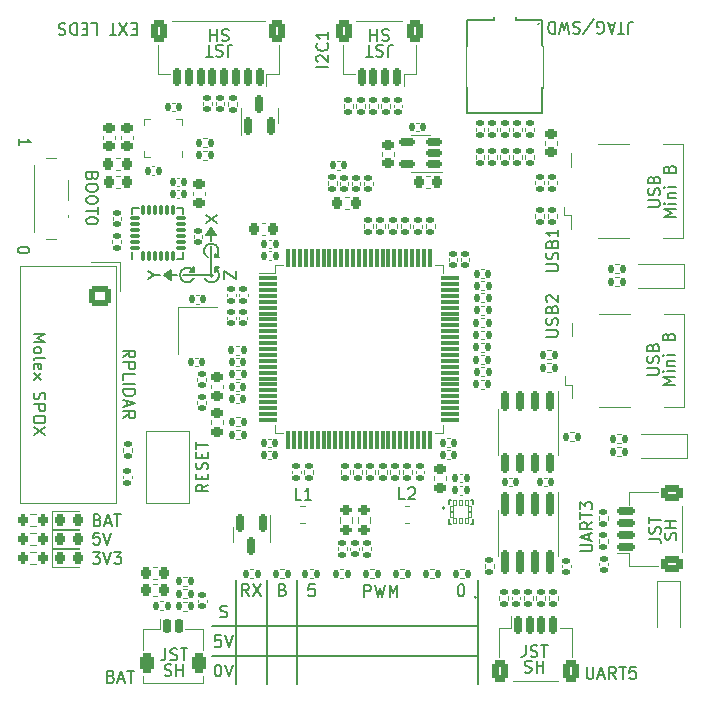
<source format=gto>
G04 #@! TF.GenerationSoftware,KiCad,Pcbnew,(6.0.1)*
G04 #@! TF.CreationDate,2022-07-12T15:15:51+02:00*
G04 #@! TF.ProjectId,flightController,666c6967-6874-4436-9f6e-74726f6c6c65,1.0*
G04 #@! TF.SameCoordinates,Original*
G04 #@! TF.FileFunction,Legend,Top*
G04 #@! TF.FilePolarity,Positive*
%FSLAX46Y46*%
G04 Gerber Fmt 4.6, Leading zero omitted, Abs format (unit mm)*
G04 Created by KiCad (PCBNEW (6.0.1)) date 2022-07-12 15:15:51*
%MOMM*%
%LPD*%
G01*
G04 APERTURE LIST*
G04 Aperture macros list*
%AMRoundRect*
0 Rectangle with rounded corners*
0 $1 Rounding radius*
0 $2 $3 $4 $5 $6 $7 $8 $9 X,Y pos of 4 corners*
0 Add a 4 corners polygon primitive as box body*
4,1,4,$2,$3,$4,$5,$6,$7,$8,$9,$2,$3,0*
0 Add four circle primitives for the rounded corners*
1,1,$1+$1,$2,$3*
1,1,$1+$1,$4,$5*
1,1,$1+$1,$6,$7*
1,1,$1+$1,$8,$9*
0 Add four rect primitives between the rounded corners*
20,1,$1+$1,$2,$3,$4,$5,0*
20,1,$1+$1,$4,$5,$6,$7,0*
20,1,$1+$1,$6,$7,$8,$9,0*
20,1,$1+$1,$8,$9,$2,$3,0*%
G04 Aperture macros list end*
%ADD10C,0.150000*%
%ADD11C,0.200000*%
%ADD12C,0.120000*%
%ADD13C,0.100000*%
%ADD14C,0.127000*%
%ADD15RoundRect,0.150000X-0.150000X0.675000X-0.150000X-0.675000X0.150000X-0.675000X0.150000X0.675000X0*%
%ADD16RoundRect,0.135000X0.135000X0.185000X-0.135000X0.185000X-0.135000X-0.185000X0.135000X-0.185000X0*%
%ADD17RoundRect,0.135000X-0.185000X0.135000X-0.185000X-0.135000X0.185000X-0.135000X0.185000X0.135000X0*%
%ADD18RoundRect,0.135000X-0.135000X-0.185000X0.135000X-0.185000X0.135000X0.185000X-0.135000X0.185000X0*%
%ADD19RoundRect,0.135000X0.185000X-0.135000X0.185000X0.135000X-0.185000X0.135000X-0.185000X-0.135000X0*%
%ADD20C,5.500000*%
%ADD21RoundRect,0.140000X-0.140000X-0.170000X0.140000X-0.170000X0.140000X0.170000X-0.140000X0.170000X0*%
%ADD22R,0.740000X2.400000*%
%ADD23RoundRect,0.140000X0.170000X-0.140000X0.170000X0.140000X-0.170000X0.140000X-0.170000X-0.140000X0*%
%ADD24RoundRect,0.225000X0.225000X0.250000X-0.225000X0.250000X-0.225000X-0.250000X0.225000X-0.250000X0*%
%ADD25RoundRect,0.218750X-0.218750X-0.256250X0.218750X-0.256250X0.218750X0.256250X-0.218750X0.256250X0*%
%ADD26RoundRect,0.218750X0.256250X-0.218750X0.256250X0.218750X-0.256250X0.218750X-0.256250X-0.218750X0*%
%ADD27RoundRect,0.140000X0.140000X0.170000X-0.140000X0.170000X-0.140000X-0.170000X0.140000X-0.170000X0*%
%ADD28RoundRect,0.150000X-0.150000X0.587500X-0.150000X-0.587500X0.150000X-0.587500X0.150000X0.587500X0*%
%ADD29R,0.750000X0.300000*%
%ADD30R,0.300000X0.750000*%
%ADD31RoundRect,0.200000X0.275000X-0.200000X0.275000X0.200000X-0.275000X0.200000X-0.275000X-0.200000X0*%
%ADD32R,1.600000X2.180000*%
%ADD33RoundRect,0.225000X0.250000X-0.225000X0.250000X0.225000X-0.250000X0.225000X-0.250000X-0.225000X0*%
%ADD34RoundRect,0.150000X-0.150000X0.825000X-0.150000X-0.825000X0.150000X-0.825000X0.150000X0.825000X0*%
%ADD35RoundRect,0.150000X0.512500X0.150000X-0.512500X0.150000X-0.512500X-0.150000X0.512500X-0.150000X0*%
%ADD36RoundRect,0.250000X-0.675000X0.600000X-0.675000X-0.600000X0.675000X-0.600000X0.675000X0.600000X0*%
%ADD37O,1.850000X1.700000*%
%ADD38RoundRect,0.140000X-0.170000X0.140000X-0.170000X-0.140000X0.170000X-0.140000X0.170000X0.140000X0*%
%ADD39R,0.900000X0.650000*%
%ADD40RoundRect,0.150000X0.150000X0.625000X-0.150000X0.625000X-0.150000X-0.625000X0.150000X-0.625000X0*%
%ADD41RoundRect,0.291666X0.408334X0.608334X-0.408334X0.608334X-0.408334X-0.608334X0.408334X-0.608334X0*%
%ADD42RoundRect,0.150000X0.625000X-0.150000X0.625000X0.150000X-0.625000X0.150000X-0.625000X-0.150000X0*%
%ADD43RoundRect,0.291666X0.608334X-0.408334X0.608334X0.408334X-0.608334X0.408334X-0.608334X-0.408334X0*%
%ADD44RoundRect,0.075000X0.075000X-0.350000X0.075000X0.350000X-0.075000X0.350000X-0.075000X-0.350000X0*%
%ADD45RoundRect,0.075000X0.350000X0.075000X-0.350000X0.075000X-0.350000X-0.075000X0.350000X-0.075000X0*%
%ADD46RoundRect,0.075000X-0.725000X-0.075000X0.725000X-0.075000X0.725000X0.075000X-0.725000X0.075000X0*%
%ADD47RoundRect,0.075000X-0.075000X-0.725000X0.075000X-0.725000X0.075000X0.725000X-0.075000X0.725000X0*%
%ADD48R,1.200000X1.400000*%
%ADD49RoundRect,0.150000X-0.150000X-0.475000X0.150000X-0.475000X0.150000X0.475000X-0.150000X0.475000X0*%
%ADD50RoundRect,0.312500X-0.312500X-0.537500X0.312500X-0.537500X0.312500X0.537500X-0.312500X0.537500X0*%
%ADD51RoundRect,0.150000X-0.150000X-0.625000X0.150000X-0.625000X0.150000X0.625000X-0.150000X0.625000X0*%
%ADD52RoundRect,0.291666X-0.408334X-0.620834X0.408334X-0.620834X0.408334X0.620834X-0.408334X0.620834X0*%
%ADD53RoundRect,0.291666X-0.408334X-0.608334X0.408334X-0.608334X0.408334X0.608334X-0.408334X0.608334X0*%
%ADD54RoundRect,0.291666X0.408334X0.620834X-0.408334X0.620834X-0.408334X-0.620834X0.408334X-0.620834X0*%
%ADD55RoundRect,0.225000X-0.225000X-0.250000X0.225000X-0.250000X0.225000X0.250000X-0.225000X0.250000X0*%
%ADD56R,1.200000X0.900000*%
%ADD57R,0.900000X1.200000*%
%ADD58RoundRect,0.007000X0.168000X-0.183000X0.168000X0.183000X-0.168000X0.183000X-0.168000X-0.183000X0*%
%ADD59R,1.700000X1.700000*%
%ADD60O,1.700000X1.700000*%
%ADD61C,0.900000*%
%ADD62R,2.500000X0.500000*%
%ADD63R,2.500000X2.000000*%
%ADD64C,1.700000*%
%ADD65RoundRect,0.150000X0.150000X-0.587500X0.150000X0.587500X-0.150000X0.587500X-0.150000X-0.587500X0*%
%ADD66RoundRect,0.200000X0.200000X0.275000X-0.200000X0.275000X-0.200000X-0.275000X0.200000X-0.275000X0*%
%ADD67R,0.800000X1.000000*%
%ADD68R,1.500000X0.700000*%
%ADD69RoundRect,0.225000X-0.250000X0.225000X-0.250000X-0.225000X0.250000X-0.225000X0.250000X0.225000X0*%
%ADD70C,1.100000*%
G04 APERTURE END LIST*
D10*
X83239999Y-99597341D02*
X83239999Y-98747341D01*
X83239999Y-98747341D02*
X82659999Y-99167341D01*
X82659999Y-99167341D02*
X83239999Y-99597341D01*
X83749999Y-99167341D02*
X82659999Y-99167341D01*
X83109999Y-99497341D02*
X83109999Y-98872341D01*
X82884999Y-99322341D02*
X82884999Y-99022341D01*
X82984999Y-99372341D02*
X82984999Y-98947341D01*
X86494999Y-95389841D02*
X86794999Y-95389841D01*
X86444999Y-95489841D02*
X86869999Y-95489841D01*
X86319999Y-95614841D02*
X86944999Y-95614841D01*
X84859999Y-98870000D02*
X85159999Y-98520000D01*
X87299999Y-98520000D02*
X86950372Y-98695000D01*
X86949999Y-97371339D02*
X87299999Y-97671339D01*
X86950372Y-98870000D02*
X87299999Y-98520000D01*
X86219999Y-95744841D02*
X87069999Y-95744841D01*
X85159999Y-98870000D02*
X85159999Y-98520000D01*
X114615000Y-85425000D02*
X114615000Y-83287500D01*
X108315000Y-77575000D02*
X110570000Y-77575000D01*
X85159999Y-98870000D02*
X84859999Y-98870000D01*
X86650372Y-99170000D02*
X86649999Y-96744841D01*
X88725000Y-125000000D02*
X88725000Y-133825000D01*
X86650372Y-99170000D02*
X84219999Y-99170000D01*
X86950372Y-98520000D02*
X87299999Y-98520000D01*
X112420000Y-77575000D02*
X114635000Y-77575000D01*
X86791793Y-99170000D02*
G75*
G03*
X86791793Y-99170000I-141421J0D01*
G01*
X109250000Y-124975000D02*
X109250000Y-133800000D01*
X86949999Y-97671339D02*
X87299999Y-97671339D01*
X86649999Y-96254841D02*
X86649999Y-95164841D01*
X86675000Y-128850000D02*
X109250000Y-128850000D01*
X86950372Y-98870000D02*
X86950372Y-98520000D01*
X86649999Y-95164841D02*
X86219999Y-95744841D01*
X108315000Y-85425000D02*
X108315000Y-83280000D01*
X86700000Y-131425000D02*
X109250000Y-131400000D01*
X112420000Y-77575000D02*
X112420000Y-77325000D01*
X109079057Y-126450000D02*
G75*
G03*
X109079057Y-126450000I-79057J0D01*
G01*
X93900000Y-125000000D02*
X93900000Y-133800000D01*
X91350000Y-125000000D02*
X91350000Y-133825000D01*
X86110646Y-99470000D02*
G75*
G03*
X87000372Y-98620000I559353J305159D01*
G01*
X114370902Y-77885000D02*
G75*
G03*
X114370902Y-77885000I-55902J0D01*
G01*
X86949999Y-97671339D02*
X86949999Y-97371339D01*
X114635000Y-77575000D02*
X114635000Y-79730000D01*
X87069999Y-95744841D02*
X86649999Y-95164841D01*
X108315000Y-79720000D02*
X108315000Y-77575000D01*
X110570000Y-77575000D02*
X110570000Y-77325000D01*
X85159999Y-98870000D02*
G75*
G03*
X85159999Y-99470000I-550000J-300000D01*
G01*
X114615000Y-85425000D02*
X108315000Y-85425000D01*
X86949999Y-97671339D02*
G75*
G03*
X86349999Y-97671339I-300000J550000D01*
G01*
X113260714Y-130502380D02*
X113260714Y-131216666D01*
X113213095Y-131359523D01*
X113117857Y-131454761D01*
X112975000Y-131502380D01*
X112879761Y-131502380D01*
X113689285Y-131454761D02*
X113832142Y-131502380D01*
X114070238Y-131502380D01*
X114165476Y-131454761D01*
X114213095Y-131407142D01*
X114260714Y-131311904D01*
X114260714Y-131216666D01*
X114213095Y-131121428D01*
X114165476Y-131073809D01*
X114070238Y-131026190D01*
X113879761Y-130978571D01*
X113784523Y-130930952D01*
X113736904Y-130883333D01*
X113689285Y-130788095D01*
X113689285Y-130692857D01*
X113736904Y-130597619D01*
X113784523Y-130550000D01*
X113879761Y-130502380D01*
X114117857Y-130502380D01*
X114260714Y-130550000D01*
X114546428Y-130502380D02*
X115117857Y-130502380D01*
X114832142Y-131502380D02*
X114832142Y-130502380D01*
X113190476Y-132779761D02*
X113333333Y-132827380D01*
X113571428Y-132827380D01*
X113666666Y-132779761D01*
X113714285Y-132732142D01*
X113761904Y-132636904D01*
X113761904Y-132541666D01*
X113714285Y-132446428D01*
X113666666Y-132398809D01*
X113571428Y-132351190D01*
X113380952Y-132303571D01*
X113285714Y-132255952D01*
X113238095Y-132208333D01*
X113190476Y-132113095D01*
X113190476Y-132017857D01*
X113238095Y-131922619D01*
X113285714Y-131875000D01*
X113380952Y-131827380D01*
X113619047Y-131827380D01*
X113761904Y-131875000D01*
X114190476Y-132827380D02*
X114190476Y-131827380D01*
X114190476Y-132303571D02*
X114761904Y-132303571D01*
X114761904Y-132827380D02*
X114761904Y-131827380D01*
X76611904Y-122622380D02*
X77230952Y-122622380D01*
X76897619Y-123003333D01*
X77040476Y-123003333D01*
X77135714Y-123050952D01*
X77183333Y-123098571D01*
X77230952Y-123193809D01*
X77230952Y-123431904D01*
X77183333Y-123527142D01*
X77135714Y-123574761D01*
X77040476Y-123622380D01*
X76754761Y-123622380D01*
X76659523Y-123574761D01*
X76611904Y-123527142D01*
X77516666Y-122622380D02*
X77850000Y-123622380D01*
X78183333Y-122622380D01*
X78421428Y-122622380D02*
X79040476Y-122622380D01*
X78707142Y-123003333D01*
X78850000Y-123003333D01*
X78945238Y-123050952D01*
X78992857Y-123098571D01*
X79040476Y-123193809D01*
X79040476Y-123431904D01*
X78992857Y-123527142D01*
X78945238Y-123574761D01*
X78850000Y-123622380D01*
X78564285Y-123622380D01*
X78469047Y-123574761D01*
X78421428Y-123527142D01*
X80335714Y-78371428D02*
X80002380Y-78371428D01*
X79859523Y-77847619D02*
X80335714Y-77847619D01*
X80335714Y-78847619D01*
X79859523Y-78847619D01*
X79526190Y-78847619D02*
X78859523Y-77847619D01*
X78859523Y-78847619D02*
X79526190Y-77847619D01*
X78621428Y-78847619D02*
X78050000Y-78847619D01*
X78335714Y-77847619D02*
X78335714Y-78847619D01*
X76478571Y-77847619D02*
X76954761Y-77847619D01*
X76954761Y-78847619D01*
X76145238Y-78371428D02*
X75811904Y-78371428D01*
X75669047Y-77847619D02*
X76145238Y-77847619D01*
X76145238Y-78847619D01*
X75669047Y-78847619D01*
X75240476Y-77847619D02*
X75240476Y-78847619D01*
X75002380Y-78847619D01*
X74859523Y-78800000D01*
X74764285Y-78704761D01*
X74716666Y-78609523D01*
X74669047Y-78419047D01*
X74669047Y-78276190D01*
X74716666Y-78085714D01*
X74764285Y-77990476D01*
X74859523Y-77895238D01*
X75002380Y-77847619D01*
X75240476Y-77847619D01*
X74288095Y-77895238D02*
X74145238Y-77847619D01*
X73907142Y-77847619D01*
X73811904Y-77895238D01*
X73764285Y-77942857D01*
X73716666Y-78038095D01*
X73716666Y-78133333D01*
X73764285Y-78228571D01*
X73811904Y-78276190D01*
X73907142Y-78323809D01*
X74097619Y-78371428D01*
X74192857Y-78419047D01*
X74240476Y-78466666D01*
X74288095Y-78561904D01*
X74288095Y-78657142D01*
X74240476Y-78752380D01*
X74192857Y-78800000D01*
X74097619Y-78847619D01*
X73859523Y-78847619D01*
X73716666Y-78800000D01*
X94272083Y-118177380D02*
X93795892Y-118177380D01*
X93795892Y-117177380D01*
X95129226Y-118177380D02*
X94557797Y-118177380D01*
X94843511Y-118177380D02*
X94843511Y-117177380D01*
X94748273Y-117320238D01*
X94653035Y-117415476D01*
X94557797Y-117463095D01*
X77159523Y-120982380D02*
X76683333Y-120982380D01*
X76635714Y-121458571D01*
X76683333Y-121410952D01*
X76778571Y-121363333D01*
X77016666Y-121363333D01*
X77111904Y-121410952D01*
X77159523Y-121458571D01*
X77207142Y-121553809D01*
X77207142Y-121791904D01*
X77159523Y-121887142D01*
X77111904Y-121934761D01*
X77016666Y-121982380D01*
X76778571Y-121982380D01*
X76683333Y-121934761D01*
X76635714Y-121887142D01*
X77492857Y-120982380D02*
X77826190Y-121982380D01*
X78159523Y-120982380D01*
X96552380Y-81552380D02*
X95552380Y-81552380D01*
X95647619Y-81123809D02*
X95600000Y-81076190D01*
X95552380Y-80980952D01*
X95552380Y-80742857D01*
X95600000Y-80647619D01*
X95647619Y-80600000D01*
X95742857Y-80552380D01*
X95838095Y-80552380D01*
X95980952Y-80600000D01*
X96552380Y-81171428D01*
X96552380Y-80552380D01*
X96457142Y-79552380D02*
X96504761Y-79600000D01*
X96552380Y-79742857D01*
X96552380Y-79838095D01*
X96504761Y-79980952D01*
X96409523Y-80076190D01*
X96314285Y-80123809D01*
X96123809Y-80171428D01*
X95980952Y-80171428D01*
X95790476Y-80123809D01*
X95695238Y-80076190D01*
X95600000Y-79980952D01*
X95552380Y-79838095D01*
X95552380Y-79742857D01*
X95600000Y-79600000D01*
X95647619Y-79552380D01*
X96552380Y-78600000D02*
X96552380Y-79171428D01*
X96552380Y-78885714D02*
X95552380Y-78885714D01*
X95695238Y-78980952D01*
X95790476Y-79076190D01*
X95838095Y-79171428D01*
X76573928Y-90816666D02*
X76526309Y-90959523D01*
X76478690Y-91007142D01*
X76383452Y-91054761D01*
X76240595Y-91054761D01*
X76145357Y-91007142D01*
X76097738Y-90959523D01*
X76050119Y-90864285D01*
X76050119Y-90483333D01*
X77050119Y-90483333D01*
X77050119Y-90816666D01*
X77002500Y-90911904D01*
X76954880Y-90959523D01*
X76859642Y-91007142D01*
X76764404Y-91007142D01*
X76669166Y-90959523D01*
X76621547Y-90911904D01*
X76573928Y-90816666D01*
X76573928Y-90483333D01*
X77050119Y-91673809D02*
X77050119Y-91864285D01*
X77002500Y-91959523D01*
X76907261Y-92054761D01*
X76716785Y-92102380D01*
X76383452Y-92102380D01*
X76192976Y-92054761D01*
X76097738Y-91959523D01*
X76050119Y-91864285D01*
X76050119Y-91673809D01*
X76097738Y-91578571D01*
X76192976Y-91483333D01*
X76383452Y-91435714D01*
X76716785Y-91435714D01*
X76907261Y-91483333D01*
X77002500Y-91578571D01*
X77050119Y-91673809D01*
X77050119Y-92721428D02*
X77050119Y-92911904D01*
X77002500Y-93007142D01*
X76907261Y-93102380D01*
X76716785Y-93150000D01*
X76383452Y-93150000D01*
X76192976Y-93102380D01*
X76097738Y-93007142D01*
X76050119Y-92911904D01*
X76050119Y-92721428D01*
X76097738Y-92626190D01*
X76192976Y-92530952D01*
X76383452Y-92483333D01*
X76716785Y-92483333D01*
X76907261Y-92530952D01*
X77002500Y-92626190D01*
X77050119Y-92721428D01*
X77050119Y-93435714D02*
X77050119Y-94007142D01*
X76050119Y-93721428D02*
X77050119Y-93721428D01*
X77050119Y-94530952D02*
X77050119Y-94626190D01*
X77002500Y-94721428D01*
X76954880Y-94769047D01*
X76859642Y-94816666D01*
X76669166Y-94864285D01*
X76431071Y-94864285D01*
X76240595Y-94816666D01*
X76145357Y-94769047D01*
X76097738Y-94721428D01*
X76050119Y-94626190D01*
X76050119Y-94530952D01*
X76097738Y-94435714D01*
X76145357Y-94388095D01*
X76240595Y-94340476D01*
X76431071Y-94292857D01*
X76669166Y-94292857D01*
X76859642Y-94340476D01*
X76954880Y-94388095D01*
X77002500Y-94435714D01*
X77050119Y-94530952D01*
X117902380Y-122571428D02*
X118711904Y-122571428D01*
X118807142Y-122523809D01*
X118854761Y-122476190D01*
X118902380Y-122380952D01*
X118902380Y-122190476D01*
X118854761Y-122095238D01*
X118807142Y-122047619D01*
X118711904Y-122000000D01*
X117902380Y-122000000D01*
X118616666Y-121571428D02*
X118616666Y-121095238D01*
X118902380Y-121666666D02*
X117902380Y-121333333D01*
X118902380Y-121000000D01*
X118902380Y-120095238D02*
X118426190Y-120428571D01*
X118902380Y-120666666D02*
X117902380Y-120666666D01*
X117902380Y-120285714D01*
X117950000Y-120190476D01*
X117997619Y-120142857D01*
X118092857Y-120095238D01*
X118235714Y-120095238D01*
X118330952Y-120142857D01*
X118378571Y-120190476D01*
X118426190Y-120285714D01*
X118426190Y-120666666D01*
X117902380Y-119809523D02*
X117902380Y-119238095D01*
X118902380Y-119523809D02*
X117902380Y-119523809D01*
X117902380Y-119000000D02*
X117902380Y-118380952D01*
X118283333Y-118714285D01*
X118283333Y-118571428D01*
X118330952Y-118476190D01*
X118378571Y-118428571D01*
X118473809Y-118380952D01*
X118711904Y-118380952D01*
X118807142Y-118428571D01*
X118854761Y-118476190D01*
X118902380Y-118571428D01*
X118902380Y-118857142D01*
X118854761Y-118952380D01*
X118807142Y-119000000D01*
X99595238Y-126402380D02*
X99595238Y-125402380D01*
X99976190Y-125402380D01*
X100071428Y-125450000D01*
X100119047Y-125497619D01*
X100166666Y-125592857D01*
X100166666Y-125735714D01*
X100119047Y-125830952D01*
X100071428Y-125878571D01*
X99976190Y-125926190D01*
X99595238Y-125926190D01*
X100500000Y-125402380D02*
X100738095Y-126402380D01*
X100928571Y-125688095D01*
X101119047Y-126402380D01*
X101357142Y-125402380D01*
X101738095Y-126402380D02*
X101738095Y-125402380D01*
X102071428Y-126116666D01*
X102404761Y-125402380D01*
X102404761Y-126402380D01*
X107752380Y-125352380D02*
X107847619Y-125352380D01*
X107942857Y-125400000D01*
X107990476Y-125447619D01*
X108038095Y-125542857D01*
X108085714Y-125733333D01*
X108085714Y-125971428D01*
X108038095Y-126161904D01*
X107990476Y-126257142D01*
X107942857Y-126304761D01*
X107847619Y-126352380D01*
X107752380Y-126352380D01*
X107657142Y-126304761D01*
X107609523Y-126257142D01*
X107561904Y-126161904D01*
X107514285Y-125971428D01*
X107514285Y-125733333D01*
X107561904Y-125542857D01*
X107609523Y-125447619D01*
X107657142Y-125400000D01*
X107752380Y-125352380D01*
X86352380Y-116902380D02*
X85876190Y-117235714D01*
X86352380Y-117473809D02*
X85352380Y-117473809D01*
X85352380Y-117092857D01*
X85400000Y-116997619D01*
X85447619Y-116950000D01*
X85542857Y-116902380D01*
X85685714Y-116902380D01*
X85780952Y-116950000D01*
X85828571Y-116997619D01*
X85876190Y-117092857D01*
X85876190Y-117473809D01*
X85828571Y-116473809D02*
X85828571Y-116140476D01*
X86352380Y-115997619D02*
X86352380Y-116473809D01*
X85352380Y-116473809D01*
X85352380Y-115997619D01*
X86304761Y-115616666D02*
X86352380Y-115473809D01*
X86352380Y-115235714D01*
X86304761Y-115140476D01*
X86257142Y-115092857D01*
X86161904Y-115045238D01*
X86066666Y-115045238D01*
X85971428Y-115092857D01*
X85923809Y-115140476D01*
X85876190Y-115235714D01*
X85828571Y-115426190D01*
X85780952Y-115521428D01*
X85733333Y-115569047D01*
X85638095Y-115616666D01*
X85542857Y-115616666D01*
X85447619Y-115569047D01*
X85400000Y-115521428D01*
X85352380Y-115426190D01*
X85352380Y-115188095D01*
X85400000Y-115045238D01*
X85828571Y-114616666D02*
X85828571Y-114283333D01*
X86352380Y-114140476D02*
X86352380Y-114616666D01*
X85352380Y-114616666D01*
X85352380Y-114140476D01*
X85352380Y-113854761D02*
X85352380Y-113283333D01*
X86352380Y-113569047D02*
X85352380Y-113569047D01*
X103058333Y-118152380D02*
X102582142Y-118152380D01*
X102582142Y-117152380D01*
X103344047Y-117247619D02*
X103391666Y-117200000D01*
X103486904Y-117152380D01*
X103725000Y-117152380D01*
X103820238Y-117200000D01*
X103867857Y-117247619D01*
X103915476Y-117342857D01*
X103915476Y-117438095D01*
X103867857Y-117580952D01*
X103296428Y-118152380D01*
X103915476Y-118152380D01*
X71597619Y-104161904D02*
X72597619Y-104161904D01*
X71883333Y-104495238D01*
X72597619Y-104828571D01*
X71597619Y-104828571D01*
X71597619Y-105447619D02*
X71645238Y-105352380D01*
X71692857Y-105304761D01*
X71788095Y-105257142D01*
X72073809Y-105257142D01*
X72169047Y-105304761D01*
X72216666Y-105352380D01*
X72264285Y-105447619D01*
X72264285Y-105590476D01*
X72216666Y-105685714D01*
X72169047Y-105733333D01*
X72073809Y-105780952D01*
X71788095Y-105780952D01*
X71692857Y-105733333D01*
X71645238Y-105685714D01*
X71597619Y-105590476D01*
X71597619Y-105447619D01*
X71597619Y-106352380D02*
X71645238Y-106257142D01*
X71740476Y-106209523D01*
X72597619Y-106209523D01*
X71645238Y-107114285D02*
X71597619Y-107019047D01*
X71597619Y-106828571D01*
X71645238Y-106733333D01*
X71740476Y-106685714D01*
X72121428Y-106685714D01*
X72216666Y-106733333D01*
X72264285Y-106828571D01*
X72264285Y-107019047D01*
X72216666Y-107114285D01*
X72121428Y-107161904D01*
X72026190Y-107161904D01*
X71930952Y-106685714D01*
X71597619Y-107495238D02*
X72264285Y-108019047D01*
X72264285Y-107495238D02*
X71597619Y-108019047D01*
X71645238Y-109114285D02*
X71597619Y-109257142D01*
X71597619Y-109495238D01*
X71645238Y-109590476D01*
X71692857Y-109638095D01*
X71788095Y-109685714D01*
X71883333Y-109685714D01*
X71978571Y-109638095D01*
X72026190Y-109590476D01*
X72073809Y-109495238D01*
X72121428Y-109304761D01*
X72169047Y-109209523D01*
X72216666Y-109161904D01*
X72311904Y-109114285D01*
X72407142Y-109114285D01*
X72502380Y-109161904D01*
X72550000Y-109209523D01*
X72597619Y-109304761D01*
X72597619Y-109542857D01*
X72550000Y-109685714D01*
X71597619Y-110114285D02*
X72597619Y-110114285D01*
X72597619Y-110495238D01*
X72550000Y-110590476D01*
X72502380Y-110638095D01*
X72407142Y-110685714D01*
X72264285Y-110685714D01*
X72169047Y-110638095D01*
X72121428Y-110590476D01*
X72073809Y-110495238D01*
X72073809Y-110114285D01*
X72597619Y-111304761D02*
X72597619Y-111495238D01*
X72550000Y-111590476D01*
X72454761Y-111685714D01*
X72264285Y-111733333D01*
X71930952Y-111733333D01*
X71740476Y-111685714D01*
X71645238Y-111590476D01*
X71597619Y-111495238D01*
X71597619Y-111304761D01*
X71645238Y-111209523D01*
X71740476Y-111114285D01*
X71930952Y-111066666D01*
X72264285Y-111066666D01*
X72454761Y-111114285D01*
X72550000Y-111209523D01*
X72597619Y-111304761D01*
X72597619Y-112066666D02*
X71597619Y-112733333D01*
X72597619Y-112733333D02*
X71597619Y-112066666D01*
X115027380Y-98838095D02*
X115836904Y-98838095D01*
X115932142Y-98790476D01*
X115979761Y-98742857D01*
X116027380Y-98647619D01*
X116027380Y-98457142D01*
X115979761Y-98361904D01*
X115932142Y-98314285D01*
X115836904Y-98266666D01*
X115027380Y-98266666D01*
X115979761Y-97838095D02*
X116027380Y-97695238D01*
X116027380Y-97457142D01*
X115979761Y-97361904D01*
X115932142Y-97314285D01*
X115836904Y-97266666D01*
X115741666Y-97266666D01*
X115646428Y-97314285D01*
X115598809Y-97361904D01*
X115551190Y-97457142D01*
X115503571Y-97647619D01*
X115455952Y-97742857D01*
X115408333Y-97790476D01*
X115313095Y-97838095D01*
X115217857Y-97838095D01*
X115122619Y-97790476D01*
X115075000Y-97742857D01*
X115027380Y-97647619D01*
X115027380Y-97409523D01*
X115075000Y-97266666D01*
X115503571Y-96504761D02*
X115551190Y-96361904D01*
X115598809Y-96314285D01*
X115694047Y-96266666D01*
X115836904Y-96266666D01*
X115932142Y-96314285D01*
X115979761Y-96361904D01*
X116027380Y-96457142D01*
X116027380Y-96838095D01*
X115027380Y-96838095D01*
X115027380Y-96504761D01*
X115075000Y-96409523D01*
X115122619Y-96361904D01*
X115217857Y-96314285D01*
X115313095Y-96314285D01*
X115408333Y-96361904D01*
X115455952Y-96409523D01*
X115503571Y-96504761D01*
X115503571Y-96838095D01*
X116027380Y-95314285D02*
X116027380Y-95885714D01*
X116027380Y-95600000D02*
X115027380Y-95600000D01*
X115170238Y-95695238D01*
X115265476Y-95790476D01*
X115313095Y-95885714D01*
X121963095Y-78722619D02*
X121963095Y-78008333D01*
X122010714Y-77865476D01*
X122105952Y-77770238D01*
X122248809Y-77722619D01*
X122344047Y-77722619D01*
X121629761Y-78722619D02*
X121058333Y-78722619D01*
X121344047Y-77722619D02*
X121344047Y-78722619D01*
X120772619Y-78008333D02*
X120296428Y-78008333D01*
X120867857Y-77722619D02*
X120534523Y-78722619D01*
X120201190Y-77722619D01*
X119344047Y-78675000D02*
X119439285Y-78722619D01*
X119582142Y-78722619D01*
X119725000Y-78675000D01*
X119820238Y-78579761D01*
X119867857Y-78484523D01*
X119915476Y-78294047D01*
X119915476Y-78151190D01*
X119867857Y-77960714D01*
X119820238Y-77865476D01*
X119725000Y-77770238D01*
X119582142Y-77722619D01*
X119486904Y-77722619D01*
X119344047Y-77770238D01*
X119296428Y-77817857D01*
X119296428Y-78151190D01*
X119486904Y-78151190D01*
X118153571Y-78770238D02*
X119010714Y-77484523D01*
X117867857Y-77770238D02*
X117725000Y-77722619D01*
X117486904Y-77722619D01*
X117391666Y-77770238D01*
X117344047Y-77817857D01*
X117296428Y-77913095D01*
X117296428Y-78008333D01*
X117344047Y-78103571D01*
X117391666Y-78151190D01*
X117486904Y-78198809D01*
X117677380Y-78246428D01*
X117772619Y-78294047D01*
X117820238Y-78341666D01*
X117867857Y-78436904D01*
X117867857Y-78532142D01*
X117820238Y-78627380D01*
X117772619Y-78675000D01*
X117677380Y-78722619D01*
X117439285Y-78722619D01*
X117296428Y-78675000D01*
X116963095Y-78722619D02*
X116725000Y-77722619D01*
X116534523Y-78436904D01*
X116344047Y-77722619D01*
X116105952Y-78722619D01*
X115725000Y-77722619D02*
X115725000Y-78722619D01*
X115486904Y-78722619D01*
X115344047Y-78675000D01*
X115248809Y-78579761D01*
X115201190Y-78484523D01*
X115153571Y-78294047D01*
X115153571Y-78151190D01*
X115201190Y-77960714D01*
X115248809Y-77865476D01*
X115344047Y-77770238D01*
X115486904Y-77722619D01*
X115725000Y-77722619D01*
X101614285Y-80667619D02*
X101614285Y-79953333D01*
X101661904Y-79810476D01*
X101757142Y-79715238D01*
X101900000Y-79667619D01*
X101995238Y-79667619D01*
X101185714Y-79715238D02*
X101042857Y-79667619D01*
X100804761Y-79667619D01*
X100709523Y-79715238D01*
X100661904Y-79762857D01*
X100614285Y-79858095D01*
X100614285Y-79953333D01*
X100661904Y-80048571D01*
X100709523Y-80096190D01*
X100804761Y-80143809D01*
X100995238Y-80191428D01*
X101090476Y-80239047D01*
X101138095Y-80286666D01*
X101185714Y-80381904D01*
X101185714Y-80477142D01*
X101138095Y-80572380D01*
X101090476Y-80620000D01*
X100995238Y-80667619D01*
X100757142Y-80667619D01*
X100614285Y-80620000D01*
X100328571Y-80667619D02*
X99757142Y-80667619D01*
X100042857Y-79667619D02*
X100042857Y-80667619D01*
X118428571Y-132352380D02*
X118428571Y-133161904D01*
X118476190Y-133257142D01*
X118523809Y-133304761D01*
X118619047Y-133352380D01*
X118809523Y-133352380D01*
X118904761Y-133304761D01*
X118952380Y-133257142D01*
X119000000Y-133161904D01*
X119000000Y-132352380D01*
X119428571Y-133066666D02*
X119904761Y-133066666D01*
X119333333Y-133352380D02*
X119666666Y-132352380D01*
X120000000Y-133352380D01*
X120904761Y-133352380D02*
X120571428Y-132876190D01*
X120333333Y-133352380D02*
X120333333Y-132352380D01*
X120714285Y-132352380D01*
X120809523Y-132400000D01*
X120857142Y-132447619D01*
X120904761Y-132542857D01*
X120904761Y-132685714D01*
X120857142Y-132780952D01*
X120809523Y-132828571D01*
X120714285Y-132876190D01*
X120333333Y-132876190D01*
X121190476Y-132352380D02*
X121761904Y-132352380D01*
X121476190Y-133352380D02*
X121476190Y-132352380D01*
X122571428Y-132352380D02*
X122095238Y-132352380D01*
X122047619Y-132828571D01*
X122095238Y-132780952D01*
X122190476Y-132733333D01*
X122428571Y-132733333D01*
X122523809Y-132780952D01*
X122571428Y-132828571D01*
X122619047Y-132923809D01*
X122619047Y-133161904D01*
X122571428Y-133257142D01*
X122523809Y-133304761D01*
X122428571Y-133352380D01*
X122190476Y-133352380D01*
X122095238Y-133304761D01*
X122047619Y-133257142D01*
X87173809Y-132152380D02*
X87269047Y-132152380D01*
X87364285Y-132200000D01*
X87411904Y-132247619D01*
X87459523Y-132342857D01*
X87507142Y-132533333D01*
X87507142Y-132771428D01*
X87459523Y-132961904D01*
X87411904Y-133057142D01*
X87364285Y-133104761D01*
X87269047Y-133152380D01*
X87173809Y-133152380D01*
X87078571Y-133104761D01*
X87030952Y-133057142D01*
X86983333Y-132961904D01*
X86935714Y-132771428D01*
X86935714Y-132533333D01*
X86983333Y-132342857D01*
X87030952Y-132247619D01*
X87078571Y-132200000D01*
X87173809Y-132152380D01*
X87792857Y-132152380D02*
X88126190Y-133152380D01*
X88459523Y-132152380D01*
X125979761Y-121559523D02*
X126027380Y-121416666D01*
X126027380Y-121178571D01*
X125979761Y-121083333D01*
X125932142Y-121035714D01*
X125836904Y-120988095D01*
X125741666Y-120988095D01*
X125646428Y-121035714D01*
X125598809Y-121083333D01*
X125551190Y-121178571D01*
X125503571Y-121369047D01*
X125455952Y-121464285D01*
X125408333Y-121511904D01*
X125313095Y-121559523D01*
X125217857Y-121559523D01*
X125122619Y-121511904D01*
X125075000Y-121464285D01*
X125027380Y-121369047D01*
X125027380Y-121130952D01*
X125075000Y-120988095D01*
X126027380Y-120559523D02*
X125027380Y-120559523D01*
X125503571Y-120559523D02*
X125503571Y-119988095D01*
X126027380Y-119988095D02*
X125027380Y-119988095D01*
X82690476Y-133054761D02*
X82833333Y-133102380D01*
X83071428Y-133102380D01*
X83166666Y-133054761D01*
X83214285Y-133007142D01*
X83261904Y-132911904D01*
X83261904Y-132816666D01*
X83214285Y-132721428D01*
X83166666Y-132673809D01*
X83071428Y-132626190D01*
X82880952Y-132578571D01*
X82785714Y-132530952D01*
X82738095Y-132483333D01*
X82690476Y-132388095D01*
X82690476Y-132292857D01*
X82738095Y-132197619D01*
X82785714Y-132150000D01*
X82880952Y-132102380D01*
X83119047Y-132102380D01*
X83261904Y-132150000D01*
X83690476Y-133102380D02*
X83690476Y-132102380D01*
X83690476Y-132578571D02*
X84261904Y-132578571D01*
X84261904Y-133102380D02*
X84261904Y-132102380D01*
X101684523Y-78390238D02*
X101541666Y-78342619D01*
X101303571Y-78342619D01*
X101208333Y-78390238D01*
X101160714Y-78437857D01*
X101113095Y-78533095D01*
X101113095Y-78628333D01*
X101160714Y-78723571D01*
X101208333Y-78771190D01*
X101303571Y-78818809D01*
X101494047Y-78866428D01*
X101589285Y-78914047D01*
X101636904Y-78961666D01*
X101684523Y-79056904D01*
X101684523Y-79152142D01*
X101636904Y-79247380D01*
X101589285Y-79295000D01*
X101494047Y-79342619D01*
X101255952Y-79342619D01*
X101113095Y-79295000D01*
X100684523Y-78342619D02*
X100684523Y-79342619D01*
X100684523Y-78866428D02*
X100113095Y-78866428D01*
X100113095Y-78342619D02*
X100113095Y-79342619D01*
X123552380Y-107611904D02*
X124361904Y-107611904D01*
X124457142Y-107564285D01*
X124504761Y-107516666D01*
X124552380Y-107421428D01*
X124552380Y-107230952D01*
X124504761Y-107135714D01*
X124457142Y-107088095D01*
X124361904Y-107040476D01*
X123552380Y-107040476D01*
X124504761Y-106611904D02*
X124552380Y-106469047D01*
X124552380Y-106230952D01*
X124504761Y-106135714D01*
X124457142Y-106088095D01*
X124361904Y-106040476D01*
X124266666Y-106040476D01*
X124171428Y-106088095D01*
X124123809Y-106135714D01*
X124076190Y-106230952D01*
X124028571Y-106421428D01*
X123980952Y-106516666D01*
X123933333Y-106564285D01*
X123838095Y-106611904D01*
X123742857Y-106611904D01*
X123647619Y-106564285D01*
X123600000Y-106516666D01*
X123552380Y-106421428D01*
X123552380Y-106183333D01*
X123600000Y-106040476D01*
X124028571Y-105278571D02*
X124076190Y-105135714D01*
X124123809Y-105088095D01*
X124219047Y-105040476D01*
X124361904Y-105040476D01*
X124457142Y-105088095D01*
X124504761Y-105135714D01*
X124552380Y-105230952D01*
X124552380Y-105611904D01*
X123552380Y-105611904D01*
X123552380Y-105278571D01*
X123600000Y-105183333D01*
X123647619Y-105135714D01*
X123742857Y-105088095D01*
X123838095Y-105088095D01*
X123933333Y-105135714D01*
X123980952Y-105183333D01*
X124028571Y-105278571D01*
X124028571Y-105611904D01*
X92696428Y-125803571D02*
X92839285Y-125851190D01*
X92886904Y-125898809D01*
X92934523Y-125994047D01*
X92934523Y-126136904D01*
X92886904Y-126232142D01*
X92839285Y-126279761D01*
X92744047Y-126327380D01*
X92363095Y-126327380D01*
X92363095Y-125327380D01*
X92696428Y-125327380D01*
X92791666Y-125375000D01*
X92839285Y-125422619D01*
X92886904Y-125517857D01*
X92886904Y-125613095D01*
X92839285Y-125708333D01*
X92791666Y-125755952D01*
X92696428Y-125803571D01*
X92363095Y-125803571D01*
X77011904Y-119898571D02*
X77154761Y-119946190D01*
X77202380Y-119993809D01*
X77250000Y-120089047D01*
X77250000Y-120231904D01*
X77202380Y-120327142D01*
X77154761Y-120374761D01*
X77059523Y-120422380D01*
X76678571Y-120422380D01*
X76678571Y-119422380D01*
X77011904Y-119422380D01*
X77107142Y-119470000D01*
X77154761Y-119517619D01*
X77202380Y-119612857D01*
X77202380Y-119708095D01*
X77154761Y-119803333D01*
X77107142Y-119850952D01*
X77011904Y-119898571D01*
X76678571Y-119898571D01*
X77630952Y-120136666D02*
X78107142Y-120136666D01*
X77535714Y-120422380D02*
X77869047Y-119422380D01*
X78202380Y-120422380D01*
X78392857Y-119422380D02*
X78964285Y-119422380D01*
X78678571Y-120422380D02*
X78678571Y-119422380D01*
X115002380Y-104388095D02*
X115811904Y-104388095D01*
X115907142Y-104340476D01*
X115954761Y-104292857D01*
X116002380Y-104197619D01*
X116002380Y-104007142D01*
X115954761Y-103911904D01*
X115907142Y-103864285D01*
X115811904Y-103816666D01*
X115002380Y-103816666D01*
X115954761Y-103388095D02*
X116002380Y-103245238D01*
X116002380Y-103007142D01*
X115954761Y-102911904D01*
X115907142Y-102864285D01*
X115811904Y-102816666D01*
X115716666Y-102816666D01*
X115621428Y-102864285D01*
X115573809Y-102911904D01*
X115526190Y-103007142D01*
X115478571Y-103197619D01*
X115430952Y-103292857D01*
X115383333Y-103340476D01*
X115288095Y-103388095D01*
X115192857Y-103388095D01*
X115097619Y-103340476D01*
X115050000Y-103292857D01*
X115002380Y-103197619D01*
X115002380Y-102959523D01*
X115050000Y-102816666D01*
X115478571Y-102054761D02*
X115526190Y-101911904D01*
X115573809Y-101864285D01*
X115669047Y-101816666D01*
X115811904Y-101816666D01*
X115907142Y-101864285D01*
X115954761Y-101911904D01*
X116002380Y-102007142D01*
X116002380Y-102388095D01*
X115002380Y-102388095D01*
X115002380Y-102054761D01*
X115050000Y-101959523D01*
X115097619Y-101911904D01*
X115192857Y-101864285D01*
X115288095Y-101864285D01*
X115383333Y-101911904D01*
X115430952Y-101959523D01*
X115478571Y-102054761D01*
X115478571Y-102388095D01*
X115097619Y-101435714D02*
X115050000Y-101388095D01*
X115002380Y-101292857D01*
X115002380Y-101054761D01*
X115050000Y-100959523D01*
X115097619Y-100911904D01*
X115192857Y-100864285D01*
X115288095Y-100864285D01*
X115430952Y-100911904D01*
X116002380Y-101483333D01*
X116002380Y-100864285D01*
X79197619Y-106138095D02*
X79673809Y-105804761D01*
X79197619Y-105566666D02*
X80197619Y-105566666D01*
X80197619Y-105947619D01*
X80150000Y-106042857D01*
X80102380Y-106090476D01*
X80007142Y-106138095D01*
X79864285Y-106138095D01*
X79769047Y-106090476D01*
X79721428Y-106042857D01*
X79673809Y-105947619D01*
X79673809Y-105566666D01*
X79197619Y-106566666D02*
X80197619Y-106566666D01*
X80197619Y-106947619D01*
X80150000Y-107042857D01*
X80102380Y-107090476D01*
X80007142Y-107138095D01*
X79864285Y-107138095D01*
X79769047Y-107090476D01*
X79721428Y-107042857D01*
X79673809Y-106947619D01*
X79673809Y-106566666D01*
X79197619Y-108042857D02*
X79197619Y-107566666D01*
X80197619Y-107566666D01*
X79197619Y-108376190D02*
X80197619Y-108376190D01*
X79197619Y-108852380D02*
X80197619Y-108852380D01*
X80197619Y-109090476D01*
X80150000Y-109233333D01*
X80054761Y-109328571D01*
X79959523Y-109376190D01*
X79769047Y-109423809D01*
X79626190Y-109423809D01*
X79435714Y-109376190D01*
X79340476Y-109328571D01*
X79245238Y-109233333D01*
X79197619Y-109090476D01*
X79197619Y-108852380D01*
X79483333Y-109804761D02*
X79483333Y-110280952D01*
X79197619Y-109709523D02*
X80197619Y-110042857D01*
X79197619Y-110376190D01*
X79197619Y-111280952D02*
X79673809Y-110947619D01*
X79197619Y-110709523D02*
X80197619Y-110709523D01*
X80197619Y-111090476D01*
X80150000Y-111185714D01*
X80102380Y-111233333D01*
X80007142Y-111280952D01*
X79864285Y-111280952D01*
X79769047Y-111233333D01*
X79721428Y-111185714D01*
X79673809Y-111090476D01*
X79673809Y-110709523D01*
D11*
X87164746Y-94108005D02*
X86164746Y-94774672D01*
X87164746Y-94774672D02*
X86164746Y-94108005D01*
D10*
X82760714Y-130777380D02*
X82760714Y-131491666D01*
X82713095Y-131634523D01*
X82617857Y-131729761D01*
X82475000Y-131777380D01*
X82379761Y-131777380D01*
X83189285Y-131729761D02*
X83332142Y-131777380D01*
X83570238Y-131777380D01*
X83665476Y-131729761D01*
X83713095Y-131682142D01*
X83760714Y-131586904D01*
X83760714Y-131491666D01*
X83713095Y-131396428D01*
X83665476Y-131348809D01*
X83570238Y-131301190D01*
X83379761Y-131253571D01*
X83284523Y-131205952D01*
X83236904Y-131158333D01*
X83189285Y-131063095D01*
X83189285Y-130967857D01*
X83236904Y-130872619D01*
X83284523Y-130825000D01*
X83379761Y-130777380D01*
X83617857Y-130777380D01*
X83760714Y-130825000D01*
X84046428Y-130777380D02*
X84617857Y-130777380D01*
X84332142Y-131777380D02*
X84332142Y-130777380D01*
X123702380Y-121489285D02*
X124416666Y-121489285D01*
X124559523Y-121536904D01*
X124654761Y-121632142D01*
X124702380Y-121775000D01*
X124702380Y-121870238D01*
X124654761Y-121060714D02*
X124702380Y-120917857D01*
X124702380Y-120679761D01*
X124654761Y-120584523D01*
X124607142Y-120536904D01*
X124511904Y-120489285D01*
X124416666Y-120489285D01*
X124321428Y-120536904D01*
X124273809Y-120584523D01*
X124226190Y-120679761D01*
X124178571Y-120870238D01*
X124130952Y-120965476D01*
X124083333Y-121013095D01*
X123988095Y-121060714D01*
X123892857Y-121060714D01*
X123797619Y-121013095D01*
X123750000Y-120965476D01*
X123702380Y-120870238D01*
X123702380Y-120632142D01*
X123750000Y-120489285D01*
X123702380Y-120203571D02*
X123702380Y-119632142D01*
X124702380Y-119917857D02*
X123702380Y-119917857D01*
D11*
X81796189Y-99164841D02*
X82272379Y-99164841D01*
X81272379Y-99498174D02*
X81796189Y-99164841D01*
X81272379Y-98831507D01*
D10*
X87414285Y-128104761D02*
X87557142Y-128152380D01*
X87795238Y-128152380D01*
X87890476Y-128104761D01*
X87938095Y-128057142D01*
X87985714Y-127961904D01*
X87985714Y-127866666D01*
X87938095Y-127771428D01*
X87890476Y-127723809D01*
X87795238Y-127676190D01*
X87604761Y-127628571D01*
X87509523Y-127580952D01*
X87461904Y-127533333D01*
X87414285Y-127438095D01*
X87414285Y-127342857D01*
X87461904Y-127247619D01*
X87509523Y-127200000D01*
X87604761Y-127152380D01*
X87842857Y-127152380D01*
X87985714Y-127200000D01*
X123627380Y-93411904D02*
X124436904Y-93411904D01*
X124532142Y-93364285D01*
X124579761Y-93316666D01*
X124627380Y-93221428D01*
X124627380Y-93030952D01*
X124579761Y-92935714D01*
X124532142Y-92888095D01*
X124436904Y-92840476D01*
X123627380Y-92840476D01*
X124579761Y-92411904D02*
X124627380Y-92269047D01*
X124627380Y-92030952D01*
X124579761Y-91935714D01*
X124532142Y-91888095D01*
X124436904Y-91840476D01*
X124341666Y-91840476D01*
X124246428Y-91888095D01*
X124198809Y-91935714D01*
X124151190Y-92030952D01*
X124103571Y-92221428D01*
X124055952Y-92316666D01*
X124008333Y-92364285D01*
X123913095Y-92411904D01*
X123817857Y-92411904D01*
X123722619Y-92364285D01*
X123675000Y-92316666D01*
X123627380Y-92221428D01*
X123627380Y-91983333D01*
X123675000Y-91840476D01*
X124103571Y-91078571D02*
X124151190Y-90935714D01*
X124198809Y-90888095D01*
X124294047Y-90840476D01*
X124436904Y-90840476D01*
X124532142Y-90888095D01*
X124579761Y-90935714D01*
X124627380Y-91030952D01*
X124627380Y-91411904D01*
X123627380Y-91411904D01*
X123627380Y-91078571D01*
X123675000Y-90983333D01*
X123722619Y-90935714D01*
X123817857Y-90888095D01*
X123913095Y-90888095D01*
X124008333Y-90935714D01*
X124055952Y-90983333D01*
X124103571Y-91078571D01*
X124103571Y-91411904D01*
X88039285Y-80667619D02*
X88039285Y-79953333D01*
X88086904Y-79810476D01*
X88182142Y-79715238D01*
X88325000Y-79667619D01*
X88420238Y-79667619D01*
X87610714Y-79715238D02*
X87467857Y-79667619D01*
X87229761Y-79667619D01*
X87134523Y-79715238D01*
X87086904Y-79762857D01*
X87039285Y-79858095D01*
X87039285Y-79953333D01*
X87086904Y-80048571D01*
X87134523Y-80096190D01*
X87229761Y-80143809D01*
X87420238Y-80191428D01*
X87515476Y-80239047D01*
X87563095Y-80286666D01*
X87610714Y-80381904D01*
X87610714Y-80477142D01*
X87563095Y-80572380D01*
X87515476Y-80620000D01*
X87420238Y-80667619D01*
X87182142Y-80667619D01*
X87039285Y-80620000D01*
X86753571Y-80667619D02*
X86182142Y-80667619D01*
X86467857Y-79667619D02*
X86467857Y-80667619D01*
X125952380Y-94267857D02*
X124952380Y-94267857D01*
X125666666Y-93934523D01*
X124952380Y-93601190D01*
X125952380Y-93601190D01*
X125952380Y-93125000D02*
X125285714Y-93125000D01*
X124952380Y-93125000D02*
X125000000Y-93172619D01*
X125047619Y-93125000D01*
X125000000Y-93077380D01*
X124952380Y-93125000D01*
X125047619Y-93125000D01*
X125285714Y-92648809D02*
X125952380Y-92648809D01*
X125380952Y-92648809D02*
X125333333Y-92601190D01*
X125285714Y-92505952D01*
X125285714Y-92363095D01*
X125333333Y-92267857D01*
X125428571Y-92220238D01*
X125952380Y-92220238D01*
X125952380Y-91744047D02*
X125285714Y-91744047D01*
X124952380Y-91744047D02*
X125000000Y-91791666D01*
X125047619Y-91744047D01*
X125000000Y-91696428D01*
X124952380Y-91744047D01*
X125047619Y-91744047D01*
X125428571Y-90172619D02*
X125476190Y-90029761D01*
X125523809Y-89982142D01*
X125619047Y-89934523D01*
X125761904Y-89934523D01*
X125857142Y-89982142D01*
X125904761Y-90029761D01*
X125952380Y-90125000D01*
X125952380Y-90505952D01*
X124952380Y-90505952D01*
X124952380Y-90172619D01*
X125000000Y-90077380D01*
X125047619Y-90029761D01*
X125142857Y-89982142D01*
X125238095Y-89982142D01*
X125333333Y-90029761D01*
X125380952Y-90077380D01*
X125428571Y-90172619D01*
X125428571Y-90505952D01*
X88109523Y-78390238D02*
X87966666Y-78342619D01*
X87728571Y-78342619D01*
X87633333Y-78390238D01*
X87585714Y-78437857D01*
X87538095Y-78533095D01*
X87538095Y-78628333D01*
X87585714Y-78723571D01*
X87633333Y-78771190D01*
X87728571Y-78818809D01*
X87919047Y-78866428D01*
X88014285Y-78914047D01*
X88061904Y-78961666D01*
X88109523Y-79056904D01*
X88109523Y-79152142D01*
X88061904Y-79247380D01*
X88014285Y-79295000D01*
X87919047Y-79342619D01*
X87680952Y-79342619D01*
X87538095Y-79295000D01*
X87109523Y-78342619D02*
X87109523Y-79342619D01*
X87109523Y-78866428D02*
X86538095Y-78866428D01*
X86538095Y-78342619D02*
X86538095Y-79342619D01*
X95388095Y-125352380D02*
X94911904Y-125352380D01*
X94864285Y-125828571D01*
X94911904Y-125780952D01*
X95007142Y-125733333D01*
X95245238Y-125733333D01*
X95340476Y-125780952D01*
X95388095Y-125828571D01*
X95435714Y-125923809D01*
X95435714Y-126161904D01*
X95388095Y-126257142D01*
X95340476Y-126304761D01*
X95245238Y-126352380D01*
X95007142Y-126352380D01*
X94911904Y-126304761D01*
X94864285Y-126257142D01*
X70254880Y-97097619D02*
X70254880Y-97002380D01*
X70302500Y-96907142D01*
X70350119Y-96859523D01*
X70445357Y-96811904D01*
X70635833Y-96764285D01*
X70873928Y-96764285D01*
X71064404Y-96811904D01*
X71159642Y-96859523D01*
X71207261Y-96907142D01*
X71254880Y-97002380D01*
X71254880Y-97097619D01*
X71207261Y-97192857D01*
X71159642Y-97240476D01*
X71064404Y-97288095D01*
X70873928Y-97335714D01*
X70635833Y-97335714D01*
X70445357Y-97288095D01*
X70350119Y-97240476D01*
X70302500Y-97192857D01*
X70254880Y-97097619D01*
X87459523Y-129677380D02*
X86983333Y-129677380D01*
X86935714Y-130153571D01*
X86983333Y-130105952D01*
X87078571Y-130058333D01*
X87316666Y-130058333D01*
X87411904Y-130105952D01*
X87459523Y-130153571D01*
X87507142Y-130248809D01*
X87507142Y-130486904D01*
X87459523Y-130582142D01*
X87411904Y-130629761D01*
X87316666Y-130677380D01*
X87078571Y-130677380D01*
X86983333Y-130629761D01*
X86935714Y-130582142D01*
X87792857Y-129677380D02*
X88126190Y-130677380D01*
X88459523Y-129677380D01*
X78161904Y-133153571D02*
X78304761Y-133201190D01*
X78352380Y-133248809D01*
X78400000Y-133344047D01*
X78400000Y-133486904D01*
X78352380Y-133582142D01*
X78304761Y-133629761D01*
X78209523Y-133677380D01*
X77828571Y-133677380D01*
X77828571Y-132677380D01*
X78161904Y-132677380D01*
X78257142Y-132725000D01*
X78304761Y-132772619D01*
X78352380Y-132867857D01*
X78352380Y-132963095D01*
X78304761Y-133058333D01*
X78257142Y-133105952D01*
X78161904Y-133153571D01*
X77828571Y-133153571D01*
X78780952Y-133391666D02*
X79257142Y-133391666D01*
X78685714Y-133677380D02*
X79019047Y-132677380D01*
X79352380Y-133677380D01*
X79542857Y-132677380D02*
X80114285Y-132677380D01*
X79828571Y-133677380D02*
X79828571Y-132677380D01*
X70400119Y-88185714D02*
X70400119Y-87614285D01*
X70400119Y-87900000D02*
X71400119Y-87900000D01*
X71257261Y-87804761D01*
X71162023Y-87709523D01*
X71114404Y-87614285D01*
X125877380Y-108467857D02*
X124877380Y-108467857D01*
X125591666Y-108134523D01*
X124877380Y-107801190D01*
X125877380Y-107801190D01*
X125877380Y-107325000D02*
X125210714Y-107325000D01*
X124877380Y-107325000D02*
X124925000Y-107372619D01*
X124972619Y-107325000D01*
X124925000Y-107277380D01*
X124877380Y-107325000D01*
X124972619Y-107325000D01*
X125210714Y-106848809D02*
X125877380Y-106848809D01*
X125305952Y-106848809D02*
X125258333Y-106801190D01*
X125210714Y-106705952D01*
X125210714Y-106563095D01*
X125258333Y-106467857D01*
X125353571Y-106420238D01*
X125877380Y-106420238D01*
X125877380Y-105944047D02*
X125210714Y-105944047D01*
X124877380Y-105944047D02*
X124925000Y-105991666D01*
X124972619Y-105944047D01*
X124925000Y-105896428D01*
X124877380Y-105944047D01*
X124972619Y-105944047D01*
X125353571Y-104372619D02*
X125401190Y-104229761D01*
X125448809Y-104182142D01*
X125544047Y-104134523D01*
X125686904Y-104134523D01*
X125782142Y-104182142D01*
X125829761Y-104229761D01*
X125877380Y-104325000D01*
X125877380Y-104705952D01*
X124877380Y-104705952D01*
X124877380Y-104372619D01*
X124925000Y-104277380D01*
X124972619Y-104229761D01*
X125067857Y-104182142D01*
X125163095Y-104182142D01*
X125258333Y-104229761D01*
X125305952Y-104277380D01*
X125353571Y-104372619D01*
X125353571Y-104705952D01*
X89833333Y-126352380D02*
X89500000Y-125876190D01*
X89261904Y-126352380D02*
X89261904Y-125352380D01*
X89642857Y-125352380D01*
X89738095Y-125400000D01*
X89785714Y-125447619D01*
X89833333Y-125542857D01*
X89833333Y-125685714D01*
X89785714Y-125780952D01*
X89738095Y-125828571D01*
X89642857Y-125876190D01*
X89261904Y-125876190D01*
X90166666Y-125352380D02*
X90833333Y-126352380D01*
X90833333Y-125352380D02*
X90166666Y-126352380D01*
D11*
X88717619Y-98836666D02*
X88717619Y-99503333D01*
X87717619Y-98836666D01*
X87717619Y-99503333D01*
D12*
X110900000Y-112445000D02*
X110900000Y-110495000D01*
X116020000Y-112445000D02*
X116020000Y-114395000D01*
X110900000Y-112445000D02*
X110900000Y-114395000D01*
X116020000Y-112445000D02*
X116020000Y-108995000D01*
X105483641Y-124830000D02*
X105176359Y-124830000D01*
X105483641Y-124070000D02*
X105176359Y-124070000D01*
X111780000Y-126336359D02*
X111780000Y-126643641D01*
X111020000Y-126336359D02*
X111020000Y-126643641D01*
X89906359Y-124070000D02*
X90213641Y-124070000D01*
X89906359Y-124830000D02*
X90213641Y-124830000D01*
X92476359Y-124070000D02*
X92783641Y-124070000D01*
X92476359Y-124830000D02*
X92783641Y-124830000D01*
X95283641Y-124830000D02*
X94976359Y-124830000D01*
X95283641Y-124070000D02*
X94976359Y-124070000D01*
X97833641Y-124830000D02*
X97526359Y-124830000D01*
X97833641Y-124070000D02*
X97526359Y-124070000D01*
X100076359Y-124070000D02*
X100383641Y-124070000D01*
X100076359Y-124830000D02*
X100383641Y-124830000D01*
X109020000Y-89313641D02*
X109020000Y-89006359D01*
X109780000Y-89313641D02*
X109780000Y-89006359D01*
X102933641Y-124830000D02*
X102626359Y-124830000D01*
X102933641Y-124070000D02*
X102626359Y-124070000D01*
X110070000Y-89313641D02*
X110070000Y-89006359D01*
X110830000Y-89313641D02*
X110830000Y-89006359D01*
X111120000Y-89313641D02*
X111120000Y-89006359D01*
X111880000Y-89313641D02*
X111880000Y-89006359D01*
X108033641Y-124070000D02*
X107726359Y-124070000D01*
X108033641Y-124830000D02*
X107726359Y-124830000D01*
X112170000Y-89313641D02*
X112170000Y-89006359D01*
X112930000Y-89313641D02*
X112930000Y-89006359D01*
X113220000Y-89303641D02*
X113220000Y-88996359D01*
X113980000Y-89303641D02*
X113980000Y-88996359D01*
X115106359Y-106620000D02*
X115413641Y-106620000D01*
X115106359Y-107380000D02*
X115413641Y-107380000D01*
X115106359Y-105520000D02*
X115413641Y-105520000D01*
X115106359Y-106280000D02*
X115413641Y-106280000D01*
X117036359Y-112470000D02*
X117343641Y-112470000D01*
X117036359Y-113230000D02*
X117343641Y-113230000D01*
X115880000Y-91186359D02*
X115880000Y-91493641D01*
X115120000Y-91186359D02*
X115120000Y-91493641D01*
X114070000Y-94313641D02*
X114070000Y-94006359D01*
X114830000Y-94313641D02*
X114830000Y-94006359D01*
X114830000Y-91186359D02*
X114830000Y-91493641D01*
X114070000Y-91186359D02*
X114070000Y-91493641D01*
X115120000Y-94313641D02*
X115120000Y-94006359D01*
X115880000Y-94313641D02*
X115880000Y-94006359D01*
X98670000Y-115983641D02*
X98670000Y-115676359D01*
X99430000Y-115983641D02*
X99430000Y-115676359D01*
X107672164Y-117035480D02*
X107887836Y-117035480D01*
X107672164Y-117755480D02*
X107887836Y-117755480D01*
X114700000Y-79760000D02*
X114700000Y-83290000D01*
X114700000Y-79760000D02*
X114635000Y-79760000D01*
X108230000Y-79760000D02*
X108230000Y-83290000D01*
X108295000Y-79760000D02*
X108230000Y-79760000D01*
X114700000Y-83290000D02*
X114635000Y-83290000D01*
X114635000Y-78435000D02*
X114635000Y-79760000D01*
X108295000Y-83290000D02*
X108230000Y-83290000D01*
X82286359Y-127550000D02*
X82593641Y-127550000D01*
X82286359Y-126790000D02*
X82593641Y-126790000D01*
X83739664Y-91965000D02*
X83955336Y-91965000D01*
X83739664Y-92685000D02*
X83955336Y-92685000D01*
X85470000Y-108142836D02*
X85470000Y-107927164D01*
X86190000Y-108142836D02*
X86190000Y-107927164D01*
X105135580Y-91810000D02*
X104854420Y-91810000D01*
X105135580Y-90790000D02*
X104854420Y-90790000D01*
X84563641Y-126520000D02*
X84256359Y-126520000D01*
X84563641Y-125760000D02*
X84256359Y-125760000D01*
X97949721Y-93610000D02*
X98275279Y-93610000D01*
X97949721Y-92590000D02*
X98275279Y-92590000D01*
X112170000Y-86686359D02*
X112170000Y-86993641D01*
X112930000Y-86686359D02*
X112930000Y-86993641D01*
X114890000Y-88165279D02*
X114890000Y-87839721D01*
X115910000Y-88165279D02*
X115910000Y-87839721D01*
X101820000Y-115983641D02*
X101820000Y-115676359D01*
X102580000Y-115983641D02*
X102580000Y-115676359D01*
X88987836Y-109990000D02*
X88772164Y-109990000D01*
X88987836Y-109270000D02*
X88772164Y-109270000D01*
X97297164Y-89520000D02*
X97512836Y-89520000D01*
X97297164Y-90240000D02*
X97512836Y-90240000D01*
X88490000Y-121137500D02*
X88490000Y-121787500D01*
X91610000Y-121137500D02*
X91610000Y-121787500D01*
X88490000Y-121137500D02*
X88490000Y-120487500D01*
X91610000Y-121137500D02*
X91610000Y-119462500D01*
D13*
X80975000Y-86480000D02*
X80975000Y-85980000D01*
X81475000Y-89180000D02*
X80975000Y-89180000D01*
X84175000Y-85980000D02*
X83675000Y-85980000D01*
X80975000Y-85980000D02*
X81475000Y-85980000D01*
X84175000Y-89180000D02*
X84175000Y-88680000D01*
X84175000Y-85980000D02*
X84175000Y-86480000D01*
X80975000Y-89180000D02*
X80975000Y-88680000D01*
X80975000Y-85980000D02*
X80975000Y-86480000D01*
D12*
X100097500Y-120137258D02*
X100097500Y-119662742D01*
X99052500Y-120137258D02*
X99052500Y-119662742D01*
X84760000Y-118495000D02*
X81140000Y-118495000D01*
X84760000Y-112375000D02*
X84760000Y-118495000D01*
X81140000Y-118495000D02*
X81140000Y-112375000D01*
X81140000Y-112375000D02*
X84760000Y-112375000D01*
X106612164Y-113005000D02*
X106827836Y-113005000D01*
X106612164Y-113725000D02*
X106827836Y-113725000D01*
X88985000Y-102897836D02*
X88985000Y-102682164D01*
X89705000Y-102897836D02*
X89705000Y-102682164D01*
X86112500Y-92415580D02*
X86112500Y-92134420D01*
X85092500Y-92415580D02*
X85092500Y-92134420D01*
X116005000Y-121015000D02*
X116005000Y-122965000D01*
X110885000Y-121015000D02*
X110885000Y-122965000D01*
X110885000Y-121015000D02*
X110885000Y-119065000D01*
X116005000Y-121015000D02*
X116005000Y-117565000D01*
X91677836Y-113025000D02*
X91462164Y-113025000D01*
X91677836Y-113745000D02*
X91462164Y-113745000D01*
X113220000Y-86686359D02*
X113220000Y-86993641D01*
X113980000Y-86686359D02*
X113980000Y-86993641D01*
X104397500Y-87290000D02*
X105197500Y-87290000D01*
X104397500Y-90410000D02*
X106197500Y-90410000D01*
X104397500Y-90410000D02*
X103597500Y-90410000D01*
X104397500Y-87290000D02*
X103597500Y-87290000D01*
X78610000Y-118490000D02*
X78610000Y-98370000D01*
X78910000Y-98070000D02*
X78910000Y-100480000D01*
X70490000Y-98370000D02*
X70490000Y-118490000D01*
X76500000Y-98070000D02*
X78910000Y-98070000D01*
X78610000Y-98370000D02*
X70490000Y-98370000D01*
X70490000Y-118490000D02*
X78610000Y-118490000D01*
X100300000Y-94876359D02*
X100300000Y-95183641D01*
X99540000Y-94876359D02*
X99540000Y-95183641D01*
X109758641Y-106705000D02*
X109451359Y-106705000D01*
X109758641Y-105945000D02*
X109451359Y-105945000D01*
X89066141Y-111220000D02*
X88758859Y-111220000D01*
X89066141Y-111980000D02*
X88758859Y-111980000D01*
X109758641Y-104905000D02*
X109451359Y-104905000D01*
X109758641Y-105665000D02*
X109451359Y-105665000D01*
X88705000Y-102897836D02*
X88705000Y-102682164D01*
X87985000Y-102897836D02*
X87985000Y-102682164D01*
X86250000Y-126642164D02*
X86250000Y-126857836D01*
X85530000Y-126642164D02*
X85530000Y-126857836D01*
X102110000Y-89065580D02*
X102110000Y-88784420D01*
X101090000Y-89065580D02*
X101090000Y-88784420D01*
X88987836Y-108970000D02*
X88772164Y-108970000D01*
X88987836Y-108250000D02*
X88772164Y-108250000D01*
X94175000Y-118750000D02*
X94575000Y-118750000D01*
X94175000Y-120150000D02*
X94575000Y-120150000D01*
X93000000Y-120400000D02*
G75*
G03*
X93000000Y-120400000I-50000J0D01*
G01*
X109522164Y-98680000D02*
X109737836Y-98680000D01*
X109522164Y-99400000D02*
X109737836Y-99400000D01*
X98380000Y-115983641D02*
X98380000Y-115676359D01*
X97620000Y-115983641D02*
X97620000Y-115676359D01*
X100480000Y-115983641D02*
X100480000Y-115676359D01*
X99720000Y-115983641D02*
X99720000Y-115676359D01*
X96495000Y-91231359D02*
X96495000Y-91538641D01*
X97255000Y-91231359D02*
X97255000Y-91538641D01*
X91310000Y-82160000D02*
X91310000Y-83150000D01*
X92360000Y-82160000D02*
X91310000Y-82160000D01*
X92360000Y-79660000D02*
X92360000Y-82160000D01*
X91190000Y-77690000D02*
X83310000Y-77690000D01*
X82140000Y-82160000D02*
X83190000Y-82160000D01*
X82140000Y-79660000D02*
X82140000Y-82160000D01*
X85956359Y-88645000D02*
X86263641Y-88645000D01*
X85956359Y-89405000D02*
X86263641Y-89405000D01*
X85505336Y-106885000D02*
X85289664Y-106885000D01*
X85505336Y-106165000D02*
X85289664Y-106165000D01*
X78290000Y-94502836D02*
X78290000Y-94287164D01*
X79010000Y-94502836D02*
X79010000Y-94287164D01*
X121995000Y-122720000D02*
X121005000Y-122720000D01*
X124495000Y-123770000D02*
X121995000Y-123770000D01*
X126465000Y-122600000D02*
X126465000Y-118720000D01*
X121995000Y-117550000D02*
X121995000Y-118600000D01*
X124495000Y-117550000D02*
X121995000Y-117550000D01*
X121995000Y-123770000D02*
X121995000Y-122720000D01*
X83537836Y-84590000D02*
X83322164Y-84590000D01*
X83537836Y-85310000D02*
X83322164Y-85310000D01*
X95287500Y-115671359D02*
X95287500Y-115978641D01*
X94527500Y-115671359D02*
X94527500Y-115978641D01*
X75412500Y-122385000D02*
X73127500Y-122385000D01*
X73127500Y-123855000D02*
X75412500Y-123855000D01*
X73127500Y-122385000D02*
X73127500Y-123855000D01*
X78569721Y-89255000D02*
X78895279Y-89255000D01*
X78569721Y-90275000D02*
X78895279Y-90275000D01*
X99260000Y-91507836D02*
X99260000Y-91292164D01*
X98540000Y-91507836D02*
X98540000Y-91292164D01*
X86642500Y-111800279D02*
X86642500Y-111474721D01*
X87662500Y-111800279D02*
X87662500Y-111474721D01*
X109466359Y-99690000D02*
X109773641Y-99690000D01*
X109466359Y-100450000D02*
X109773641Y-100450000D01*
D10*
X84267500Y-93475000D02*
X83742500Y-93475000D01*
X79967500Y-93475000D02*
X80492500Y-93475000D01*
X79967500Y-97775000D02*
X79967500Y-97250000D01*
X84267500Y-97775000D02*
X83742500Y-97775000D01*
X79967500Y-93475000D02*
X79967500Y-94000000D01*
X84267500Y-97775000D02*
X84267500Y-97250000D01*
X84267500Y-93475000D02*
X84267500Y-94000000D01*
D12*
X91737836Y-97890000D02*
X91522164Y-97890000D01*
X91737836Y-97170000D02*
X91522164Y-97170000D01*
X110580000Y-123656359D02*
X110580000Y-123963641D01*
X109820000Y-123656359D02*
X109820000Y-123963641D01*
X91200580Y-94745000D02*
X90919420Y-94745000D01*
X91200580Y-95765000D02*
X90919420Y-95765000D01*
X73130000Y-122255000D02*
X75415000Y-122255000D01*
X73130000Y-120785000D02*
X73130000Y-122255000D01*
X75415000Y-120785000D02*
X73130000Y-120785000D01*
X99590000Y-91507836D02*
X99590000Y-91292164D01*
X100310000Y-91507836D02*
X100310000Y-91292164D01*
X85374664Y-100865000D02*
X85590336Y-100865000D01*
X85374664Y-101585000D02*
X85590336Y-101585000D01*
X97885000Y-84711359D02*
X97885000Y-85018641D01*
X98645000Y-84711359D02*
X98645000Y-85018641D01*
X91737836Y-96170000D02*
X91522164Y-96170000D01*
X91737836Y-96890000D02*
X91522164Y-96890000D01*
X88830000Y-84818641D02*
X88830000Y-84511359D01*
X88070000Y-84818641D02*
X88070000Y-84511359D01*
X92040000Y-112540000D02*
X92040000Y-111840000D01*
X106260000Y-112540000D02*
X106260000Y-111840000D01*
X105560000Y-112540000D02*
X106260000Y-112540000D01*
X92040000Y-99020000D02*
X90675000Y-99020000D01*
X92040000Y-98320000D02*
X92040000Y-99020000D01*
X92740000Y-112540000D02*
X92040000Y-112540000D01*
X92740000Y-98320000D02*
X92040000Y-98320000D01*
X106260000Y-98320000D02*
X106260000Y-99020000D01*
X105560000Y-98320000D02*
X106260000Y-98320000D01*
X99150000Y-122237164D02*
X99150000Y-122452836D01*
X98430000Y-122237164D02*
X98430000Y-122452836D01*
X83800000Y-101880000D02*
X83800000Y-105880000D01*
X87100000Y-101880000D02*
X83800000Y-101880000D01*
X79910000Y-116377836D02*
X79910000Y-116162164D01*
X79190000Y-116377836D02*
X79190000Y-116162164D01*
X121343641Y-113410000D02*
X121036359Y-113410000D01*
X121343641Y-112650000D02*
X121036359Y-112650000D01*
X89010000Y-100967836D02*
X89010000Y-100752164D01*
X89730000Y-100967836D02*
X89730000Y-100752164D01*
X104505000Y-94891359D02*
X104505000Y-95198641D01*
X103745000Y-94891359D02*
X103745000Y-95198641D01*
X103025000Y-118745000D02*
X103425000Y-118745000D01*
X103025000Y-120145000D02*
X103425000Y-120145000D01*
X101850000Y-120395000D02*
G75*
G03*
X101850000Y-120395000I-50000J0D01*
G01*
X103450000Y-95193641D02*
X103450000Y-94886359D01*
X102690000Y-95193641D02*
X102690000Y-94886359D01*
X84256359Y-127570000D02*
X84563641Y-127570000D01*
X84256359Y-126810000D02*
X84563641Y-126810000D01*
X85910000Y-129170000D02*
X84460000Y-129170000D01*
X82340000Y-129170000D02*
X82340000Y-128280000D01*
X85910000Y-130920000D02*
X85910000Y-129170000D01*
X80890000Y-133690000D02*
X85910000Y-133690000D01*
X80890000Y-130920000D02*
X80890000Y-129170000D01*
X80890000Y-133140000D02*
X80890000Y-133690000D01*
X85910000Y-133690000D02*
X85910000Y-133140000D01*
X80890000Y-129170000D02*
X82340000Y-129170000D01*
X110990000Y-129040000D02*
X112040000Y-129040000D01*
X117210000Y-129040000D02*
X116160000Y-129040000D01*
X112040000Y-129040000D02*
X112040000Y-128050000D01*
X117210000Y-131540000D02*
X117210000Y-129040000D01*
X112160000Y-133510000D02*
X116040000Y-133510000D01*
X110990000Y-131540000D02*
X110990000Y-129040000D01*
X93500000Y-115732164D02*
X93500000Y-115947836D01*
X94220000Y-115732164D02*
X94220000Y-115947836D01*
X107480000Y-97962836D02*
X107480000Y-97747164D01*
X106760000Y-97962836D02*
X106760000Y-97747164D01*
X112810000Y-126627836D02*
X112810000Y-126412164D01*
X112090000Y-126627836D02*
X112090000Y-126412164D01*
X109020000Y-86686359D02*
X109020000Y-86993641D01*
X109780000Y-86686359D02*
X109780000Y-86993641D01*
X115037836Y-117060000D02*
X114822164Y-117060000D01*
X115037836Y-116340000D02*
X114822164Y-116340000D01*
X91682836Y-114745000D02*
X91467164Y-114745000D01*
X91682836Y-114025000D02*
X91467164Y-114025000D01*
X102825000Y-84952836D02*
X102825000Y-84737164D01*
X102105000Y-84952836D02*
X102105000Y-84737164D01*
X103992164Y-87010000D02*
X104207836Y-87010000D01*
X103992164Y-86290000D02*
X104207836Y-86290000D01*
X105485000Y-116545759D02*
X105485000Y-116220201D01*
X106505000Y-116545759D02*
X106505000Y-116220201D01*
X97765000Y-82160000D02*
X98815000Y-82160000D01*
X103985000Y-82160000D02*
X102935000Y-82160000D01*
X97765000Y-79660000D02*
X97765000Y-82160000D01*
X102815000Y-77690000D02*
X98935000Y-77690000D01*
X103985000Y-79660000D02*
X103985000Y-82160000D01*
X102935000Y-82160000D02*
X102935000Y-83150000D01*
X109466359Y-100730000D02*
X109773641Y-100730000D01*
X109466359Y-101490000D02*
X109773641Y-101490000D01*
X78577221Y-90765000D02*
X78902779Y-90765000D01*
X78577221Y-91785000D02*
X78902779Y-91785000D01*
X88736359Y-107960000D02*
X89043641Y-107960000D01*
X88736359Y-107200000D02*
X89043641Y-107200000D01*
X85887500Y-95797164D02*
X85887500Y-96012836D01*
X85167500Y-95797164D02*
X85167500Y-96012836D01*
X116350000Y-123927836D02*
X116350000Y-123712164D01*
X117070000Y-123927836D02*
X117070000Y-123712164D01*
X109763641Y-103865000D02*
X109456359Y-103865000D01*
X109763641Y-104625000D02*
X109456359Y-104625000D01*
X111892164Y-116340000D02*
X112107836Y-116340000D01*
X111892164Y-117060000D02*
X112107836Y-117060000D01*
X98235000Y-91297164D02*
X98235000Y-91512836D01*
X97515000Y-91297164D02*
X97515000Y-91512836D01*
X102400000Y-94886359D02*
X102400000Y-95193641D01*
X101640000Y-94886359D02*
X101640000Y-95193641D01*
X81734420Y-126380000D02*
X82015580Y-126380000D01*
X81734420Y-125360000D02*
X82015580Y-125360000D01*
X126375000Y-125100000D02*
X124375000Y-125100000D01*
X124375000Y-125100000D02*
X124375000Y-129000000D01*
X126375000Y-125100000D02*
X126375000Y-129000000D01*
X88997836Y-106910000D02*
X88782164Y-106910000D01*
X88997836Y-106190000D02*
X88782164Y-106190000D01*
X108480000Y-97962836D02*
X108480000Y-97747164D01*
X107760000Y-97962836D02*
X107760000Y-97747164D01*
X126900000Y-114630000D02*
X123000000Y-114630000D01*
X126900000Y-114630000D02*
X126900000Y-112630000D01*
X126900000Y-112630000D02*
X123000000Y-112630000D01*
X84276359Y-124700000D02*
X84583641Y-124700000D01*
X84276359Y-125460000D02*
X84583641Y-125460000D01*
X113120000Y-126346359D02*
X113120000Y-126653641D01*
X113880000Y-126346359D02*
X113880000Y-126653641D01*
X111120000Y-86686359D02*
X111120000Y-86993641D01*
X111880000Y-86686359D02*
X111880000Y-86993641D01*
X100770000Y-115983641D02*
X100770000Y-115676359D01*
X101530000Y-115983641D02*
X101530000Y-115676359D01*
X109768641Y-106995000D02*
X109461359Y-106995000D01*
X109768641Y-107755000D02*
X109461359Y-107755000D01*
D14*
X108835000Y-120235480D02*
X108835000Y-119835480D01*
X108655000Y-118175480D02*
X108835000Y-118175480D01*
X106775000Y-118175480D02*
X106955000Y-118175480D01*
X108655000Y-120235480D02*
X108835000Y-120235480D01*
X106775000Y-118575480D02*
X106775000Y-118175480D01*
X106955000Y-120235480D02*
X106775000Y-120235480D01*
X108835000Y-118175480D02*
X108835000Y-118575480D01*
X106775000Y-120235480D02*
X106775000Y-119835480D01*
D11*
X106405000Y-118905480D02*
G75*
G03*
X106405000Y-118905480I-100000J0D01*
G01*
D12*
X107682164Y-116005480D02*
X107897836Y-116005480D01*
X107682164Y-116725480D02*
X107897836Y-116725480D01*
X97360000Y-122488641D02*
X97360000Y-122181359D01*
X98120000Y-122488641D02*
X98120000Y-122181359D01*
X73127500Y-120655000D02*
X75412500Y-120655000D01*
X75412500Y-119185000D02*
X73127500Y-119185000D01*
X73127500Y-119185000D02*
X73127500Y-120655000D01*
X124975000Y-110360000D02*
X126635000Y-110360000D01*
X119475000Y-102440000D02*
X122075000Y-102440000D01*
X117165000Y-104350000D02*
X117165000Y-103200000D01*
X117165000Y-109600000D02*
X117165000Y-108450000D01*
X126635000Y-102440000D02*
X124975000Y-102440000D01*
X122075000Y-110360000D02*
X119475000Y-110360000D01*
X126635000Y-110360000D02*
X126635000Y-102440000D01*
X117165000Y-108450000D02*
X116575000Y-108450000D01*
X116575000Y-108450000D02*
X116575000Y-107750000D01*
X85465000Y-110062836D02*
X85465000Y-109847164D01*
X86185000Y-110062836D02*
X86185000Y-109847164D01*
X86685000Y-84547164D02*
X86685000Y-84762836D01*
X85965000Y-84547164D02*
X85965000Y-84762836D01*
X109758641Y-108035000D02*
X109451359Y-108035000D01*
X109758641Y-108795000D02*
X109451359Y-108795000D01*
X119500000Y-123757836D02*
X119500000Y-123542164D01*
X120220000Y-123757836D02*
X120220000Y-123542164D01*
X126575000Y-88070000D02*
X124915000Y-88070000D01*
X122015000Y-95990000D02*
X119415000Y-95990000D01*
X117105000Y-89980000D02*
X117105000Y-88830000D01*
X117105000Y-94080000D02*
X116515000Y-94080000D01*
X124915000Y-95990000D02*
X126575000Y-95990000D01*
X116515000Y-94080000D02*
X116515000Y-93380000D01*
X119415000Y-88070000D02*
X122015000Y-88070000D01*
X126575000Y-95990000D02*
X126575000Y-88070000D01*
X117105000Y-95230000D02*
X117105000Y-94080000D01*
X115220000Y-126366359D02*
X115220000Y-126673641D01*
X115980000Y-126366359D02*
X115980000Y-126673641D01*
X106612164Y-114005000D02*
X106827836Y-114005000D01*
X106612164Y-114725000D02*
X106827836Y-114725000D01*
X120846359Y-100110000D02*
X121153641Y-100110000D01*
X120846359Y-99350000D02*
X121153641Y-99350000D01*
X98572500Y-120137258D02*
X98572500Y-119662742D01*
X97527500Y-120137258D02*
X97527500Y-119662742D01*
X92285000Y-85637500D02*
X92285000Y-84987500D01*
X89165000Y-85637500D02*
X89165000Y-87312500D01*
X89165000Y-85637500D02*
X89165000Y-84987500D01*
X92285000Y-85637500D02*
X92285000Y-86287500D01*
X89066141Y-112295000D02*
X88758859Y-112295000D01*
X89066141Y-113055000D02*
X88758859Y-113055000D01*
X100190000Y-122181359D02*
X100190000Y-122488641D01*
X99430000Y-122181359D02*
X99430000Y-122488641D01*
X71797258Y-122597500D02*
X71322742Y-122597500D01*
X71797258Y-123642500D02*
X71322742Y-123642500D01*
X121143641Y-99010000D02*
X120836359Y-99010000D01*
X121143641Y-98250000D02*
X120836359Y-98250000D01*
X109763641Y-102815000D02*
X109456359Y-102815000D01*
X109763641Y-103575000D02*
X109456359Y-103575000D01*
X85956359Y-87595000D02*
X86263641Y-87595000D01*
X85956359Y-88355000D02*
X86263641Y-88355000D01*
X71797258Y-120997500D02*
X71322742Y-120997500D01*
X71797258Y-122042500D02*
X71322742Y-122042500D01*
X74520000Y-91090000D02*
X74520000Y-92790000D01*
X73470000Y-89240000D02*
X72680000Y-89240000D01*
X72680000Y-96140000D02*
X73470000Y-96140000D01*
X71670000Y-89840000D02*
X71670000Y-95540000D01*
X74520000Y-94090000D02*
X74520000Y-94290000D01*
X121036359Y-113750000D02*
X121343641Y-113750000D01*
X121036359Y-114510000D02*
X121343641Y-114510000D01*
X104795000Y-94886359D02*
X104795000Y-95193641D01*
X105555000Y-94886359D02*
X105555000Y-95193641D01*
X81734420Y-124885000D02*
X82015580Y-124885000D01*
X81734420Y-123865000D02*
X82015580Y-123865000D01*
X83739664Y-91645000D02*
X83955336Y-91645000D01*
X83739664Y-90925000D02*
X83955336Y-90925000D01*
X78485000Y-87635580D02*
X78485000Y-87354420D01*
X77465000Y-87635580D02*
X77465000Y-87354420D01*
X103630000Y-115983641D02*
X103630000Y-115676359D01*
X102870000Y-115983641D02*
X102870000Y-115676359D01*
X88716359Y-105140000D02*
X89023641Y-105140000D01*
X88716359Y-105900000D02*
X89023641Y-105900000D01*
X81622164Y-90685000D02*
X81837836Y-90685000D01*
X81622164Y-89965000D02*
X81837836Y-89965000D01*
X100745000Y-84993641D02*
X100745000Y-84686359D01*
X99985000Y-84993641D02*
X99985000Y-84686359D01*
X104660000Y-115732164D02*
X104660000Y-115947836D01*
X103940000Y-115732164D02*
X103940000Y-115947836D01*
X126700000Y-100230000D02*
X122800000Y-100230000D01*
X126700000Y-98230000D02*
X122800000Y-98230000D01*
X126700000Y-100230000D02*
X126700000Y-98230000D01*
X110070000Y-86686359D02*
X110070000Y-86993641D01*
X110830000Y-86686359D02*
X110830000Y-86993641D01*
X79955000Y-114108641D02*
X79955000Y-113801359D01*
X79195000Y-114108641D02*
X79195000Y-113801359D01*
X119470000Y-121546359D02*
X119470000Y-121853641D01*
X120230000Y-121546359D02*
X120230000Y-121853641D01*
X71797258Y-120442500D02*
X71322742Y-120442500D01*
X71797258Y-119397500D02*
X71322742Y-119397500D01*
X114170000Y-126346359D02*
X114170000Y-126653641D01*
X114930000Y-126346359D02*
X114930000Y-126653641D01*
X78270000Y-96488641D02*
X78270000Y-96181359D01*
X79030000Y-96488641D02*
X79030000Y-96181359D01*
X87650000Y-108464420D02*
X87650000Y-108745580D01*
X86630000Y-108464420D02*
X86630000Y-108745580D01*
X87015000Y-84547164D02*
X87015000Y-84762836D01*
X87735000Y-84547164D02*
X87735000Y-84762836D01*
X109773641Y-102530000D02*
X109466359Y-102530000D01*
X109773641Y-101770000D02*
X109466359Y-101770000D01*
X87990000Y-100967836D02*
X87990000Y-100752164D01*
X88710000Y-100967836D02*
X88710000Y-100752164D01*
X99695000Y-85003641D02*
X99695000Y-84696359D01*
X98935000Y-85003641D02*
X98935000Y-84696359D01*
X101350000Y-94886359D02*
X101350000Y-95193641D01*
X100590000Y-94886359D02*
X100590000Y-95193641D01*
X101035000Y-84681359D02*
X101035000Y-84988641D01*
X101795000Y-84681359D02*
X101795000Y-84988641D01*
X80010000Y-87354420D02*
X80010000Y-87635580D01*
X78990000Y-87354420D02*
X78990000Y-87635580D01*
X119470000Y-119576359D02*
X119470000Y-119883641D01*
X120230000Y-119576359D02*
X120230000Y-119883641D01*
%LPC*%
D15*
X115365000Y-109820000D03*
X114095000Y-109820000D03*
X112825000Y-109820000D03*
X111555000Y-109820000D03*
X111555000Y-115070000D03*
X112825000Y-115070000D03*
X114095000Y-115070000D03*
X115365000Y-115070000D03*
D16*
X105840000Y-124450000D03*
X104820000Y-124450000D03*
D17*
X111400000Y-125980000D03*
X111400000Y-127000000D03*
D18*
X89550000Y-124450000D03*
X90570000Y-124450000D03*
X92120000Y-124450000D03*
X93140000Y-124450000D03*
D16*
X95640000Y-124450000D03*
X94620000Y-124450000D03*
X98190000Y-124450000D03*
X97170000Y-124450000D03*
D18*
X99720000Y-124450000D03*
X100740000Y-124450000D03*
D19*
X109400000Y-89670000D03*
X109400000Y-88650000D03*
D16*
X103290000Y-124450000D03*
X102270000Y-124450000D03*
D19*
X110450000Y-89670000D03*
X110450000Y-88650000D03*
X111500000Y-89670000D03*
X111500000Y-88650000D03*
D16*
X107370000Y-124450000D03*
X108390000Y-124450000D03*
D19*
X112550000Y-89670000D03*
X112550000Y-88650000D03*
X113600000Y-89660000D03*
X113600000Y-88640000D03*
D18*
X114750000Y-107000000D03*
X115770000Y-107000000D03*
X114750000Y-105900000D03*
X115770000Y-105900000D03*
X116680000Y-112850000D03*
X117700000Y-112850000D03*
D17*
X115500000Y-90830000D03*
X115500000Y-91850000D03*
D19*
X114450000Y-94670000D03*
X114450000Y-93650000D03*
D17*
X114450000Y-90830000D03*
X114450000Y-91850000D03*
D19*
X115500000Y-94670000D03*
X115500000Y-93650000D03*
X99050000Y-116340000D03*
X99050000Y-115320000D03*
D20*
X76000000Y-128020000D03*
D21*
X107300000Y-117395480D03*
X108260000Y-117395480D03*
D22*
X114005000Y-79575000D03*
X114005000Y-83475000D03*
X112735000Y-79575000D03*
X112735000Y-83475000D03*
X111465000Y-79575000D03*
X111465000Y-83475000D03*
X110195000Y-79575000D03*
X110195000Y-83475000D03*
X108925000Y-79575000D03*
X108925000Y-83475000D03*
D18*
X81930000Y-127170000D03*
X82950000Y-127170000D03*
D21*
X83367500Y-92325000D03*
X84327500Y-92325000D03*
D23*
X85830000Y-108515000D03*
X85830000Y-107555000D03*
D24*
X105770000Y-91300000D03*
X104220000Y-91300000D03*
D16*
X84920000Y-126140000D03*
X83900000Y-126140000D03*
D25*
X97325000Y-93100000D03*
X98900000Y-93100000D03*
D17*
X112550000Y-86330000D03*
X112550000Y-87350000D03*
D26*
X115400000Y-88790000D03*
X115400000Y-87215000D03*
D19*
X102200000Y-116340000D03*
X102200000Y-115320000D03*
D27*
X89360000Y-109630000D03*
X88400000Y-109630000D03*
D21*
X96925000Y-89880000D03*
X97885000Y-89880000D03*
D28*
X91000000Y-120200000D03*
X89100000Y-120200000D03*
X90050000Y-122075000D03*
D29*
X84025000Y-88330000D03*
X84025000Y-87830000D03*
X84025000Y-87330000D03*
X84025000Y-86830000D03*
D30*
X83325000Y-86130000D03*
X82825000Y-86130000D03*
X82325000Y-86130000D03*
X81825000Y-86130000D03*
D29*
X81175000Y-86830000D03*
X81175000Y-87330000D03*
X81175000Y-87830000D03*
X81175000Y-88330000D03*
D30*
X81825000Y-89030000D03*
X82325000Y-89030000D03*
X82825000Y-89030000D03*
X83325000Y-89030000D03*
D31*
X99575000Y-120725000D03*
X99575000Y-119075000D03*
D32*
X82950000Y-110845000D03*
X82950000Y-120025000D03*
D21*
X106240000Y-113365000D03*
X107200000Y-113365000D03*
D23*
X89345000Y-103270000D03*
X89345000Y-102310000D03*
D33*
X85602500Y-93050000D03*
X85602500Y-91500000D03*
D34*
X115350000Y-118540000D03*
X114080000Y-118540000D03*
X112810000Y-118540000D03*
X111540000Y-118540000D03*
X111540000Y-123490000D03*
X112810000Y-123490000D03*
X114080000Y-123490000D03*
X115350000Y-123490000D03*
D27*
X92050000Y-113385000D03*
X91090000Y-113385000D03*
D17*
X113600000Y-86330000D03*
X113600000Y-87350000D03*
D35*
X105535000Y-89800000D03*
X105535000Y-88850000D03*
X105535000Y-87900000D03*
X103260000Y-87900000D03*
X103260000Y-89800000D03*
D36*
X77200000Y-100930000D03*
D37*
X77200000Y-103430000D03*
X77200000Y-105930000D03*
X77200000Y-108430000D03*
X77200000Y-110930000D03*
X77200000Y-113430000D03*
X77200000Y-115930000D03*
D17*
X99920000Y-94520000D03*
X99920000Y-95540000D03*
D16*
X110115000Y-106325000D03*
X109095000Y-106325000D03*
X89422500Y-111600000D03*
X88402500Y-111600000D03*
X110115000Y-105285000D03*
X109095000Y-105285000D03*
D23*
X88345000Y-103270000D03*
X88345000Y-102310000D03*
D38*
X85890000Y-126270000D03*
X85890000Y-127230000D03*
D33*
X101600000Y-89700000D03*
X101600000Y-88150000D03*
D27*
X89360000Y-108610000D03*
X88400000Y-108610000D03*
D39*
X93650000Y-119875000D03*
X93650000Y-119025000D03*
X95100000Y-119025000D03*
X95100000Y-119875000D03*
D21*
X109150000Y-99040000D03*
X110110000Y-99040000D03*
D19*
X98000000Y-116340000D03*
X98000000Y-115320000D03*
X100100000Y-116340000D03*
X100100000Y-115320000D03*
D17*
X96875000Y-90875000D03*
X96875000Y-91895000D03*
D40*
X90750000Y-82375000D03*
X89750000Y-82375000D03*
X88750000Y-82375000D03*
X87750000Y-82375000D03*
X86750000Y-82375000D03*
X85750000Y-82375000D03*
X84750000Y-82375000D03*
X83750000Y-82375000D03*
D41*
X82250000Y-78500000D03*
X92250000Y-78500000D03*
D18*
X85600000Y-89025000D03*
X86620000Y-89025000D03*
D27*
X85877500Y-106525000D03*
X84917500Y-106525000D03*
D23*
X78650000Y-94875000D03*
X78650000Y-93915000D03*
D42*
X121780000Y-122160000D03*
X121780000Y-121160000D03*
X121780000Y-120160000D03*
X121780000Y-119160000D03*
D43*
X125655000Y-117660000D03*
X125655000Y-123660000D03*
D27*
X83910000Y-84950000D03*
X82950000Y-84950000D03*
D17*
X94907500Y-115315000D03*
X94907500Y-116335000D03*
D25*
X73825000Y-123120000D03*
X75400000Y-123120000D03*
X77945000Y-89765000D03*
X79520000Y-89765000D03*
D23*
X98900000Y-91880000D03*
X98900000Y-90920000D03*
D26*
X87152500Y-112425000D03*
X87152500Y-110850000D03*
D18*
X109110000Y-100070000D03*
X110130000Y-100070000D03*
D44*
X80867500Y-97575000D03*
X81367500Y-97575000D03*
X81867500Y-97575000D03*
X82367500Y-97575000D03*
X82867500Y-97575000D03*
X83367500Y-97575000D03*
D45*
X84067500Y-96875000D03*
X84067500Y-96375000D03*
X84067500Y-95875000D03*
X84067500Y-95375000D03*
X84067500Y-94875000D03*
X84067500Y-94375000D03*
D44*
X83367500Y-93675000D03*
X82867500Y-93675000D03*
X82367500Y-93675000D03*
X81867500Y-93675000D03*
X81367500Y-93675000D03*
X80867500Y-93675000D03*
D45*
X80167500Y-94375000D03*
X80167500Y-94875000D03*
X80167500Y-95375000D03*
X80167500Y-95875000D03*
X80167500Y-96375000D03*
X80167500Y-96875000D03*
D27*
X92110000Y-97530000D03*
X91150000Y-97530000D03*
D17*
X110200000Y-123300000D03*
X110200000Y-124320000D03*
D24*
X91835000Y-95255000D03*
X90285000Y-95255000D03*
D25*
X73827500Y-121520000D03*
X75402500Y-121520000D03*
D23*
X99950000Y-91880000D03*
X99950000Y-90920000D03*
D21*
X85002500Y-101225000D03*
X85962500Y-101225000D03*
D17*
X98265000Y-84355000D03*
X98265000Y-85375000D03*
D27*
X92110000Y-96530000D03*
X91150000Y-96530000D03*
D19*
X88450000Y-85175000D03*
X88450000Y-84155000D03*
D46*
X91475000Y-99430000D03*
X91475000Y-99930000D03*
X91475000Y-100430000D03*
X91475000Y-100930000D03*
X91475000Y-101430000D03*
X91475000Y-101930000D03*
X91475000Y-102430000D03*
X91475000Y-102930000D03*
X91475000Y-103430000D03*
X91475000Y-103930000D03*
X91475000Y-104430000D03*
X91475000Y-104930000D03*
X91475000Y-105430000D03*
X91475000Y-105930000D03*
X91475000Y-106430000D03*
X91475000Y-106930000D03*
X91475000Y-107430000D03*
X91475000Y-107930000D03*
X91475000Y-108430000D03*
X91475000Y-108930000D03*
X91475000Y-109430000D03*
X91475000Y-109930000D03*
X91475000Y-110430000D03*
X91475000Y-110930000D03*
X91475000Y-111430000D03*
D47*
X93150000Y-113105000D03*
X93650000Y-113105000D03*
X94150000Y-113105000D03*
X94650000Y-113105000D03*
X95150000Y-113105000D03*
X95650000Y-113105000D03*
X96150000Y-113105000D03*
X96650000Y-113105000D03*
X97150000Y-113105000D03*
X97650000Y-113105000D03*
X98150000Y-113105000D03*
X98650000Y-113105000D03*
X99150000Y-113105000D03*
X99650000Y-113105000D03*
X100150000Y-113105000D03*
X100650000Y-113105000D03*
X101150000Y-113105000D03*
X101650000Y-113105000D03*
X102150000Y-113105000D03*
X102650000Y-113105000D03*
X103150000Y-113105000D03*
X103650000Y-113105000D03*
X104150000Y-113105000D03*
X104650000Y-113105000D03*
X105150000Y-113105000D03*
D46*
X106825000Y-111430000D03*
X106825000Y-110930000D03*
X106825000Y-110430000D03*
X106825000Y-109930000D03*
X106825000Y-109430000D03*
X106825000Y-108930000D03*
X106825000Y-108430000D03*
X106825000Y-107930000D03*
X106825000Y-107430000D03*
X106825000Y-106930000D03*
X106825000Y-106430000D03*
X106825000Y-105930000D03*
X106825000Y-105430000D03*
X106825000Y-104930000D03*
X106825000Y-104430000D03*
X106825000Y-103930000D03*
X106825000Y-103430000D03*
X106825000Y-102930000D03*
X106825000Y-102430000D03*
X106825000Y-101930000D03*
X106825000Y-101430000D03*
X106825000Y-100930000D03*
X106825000Y-100430000D03*
X106825000Y-99930000D03*
X106825000Y-99430000D03*
D47*
X105150000Y-97755000D03*
X104650000Y-97755000D03*
X104150000Y-97755000D03*
X103650000Y-97755000D03*
X103150000Y-97755000D03*
X102650000Y-97755000D03*
X102150000Y-97755000D03*
X101650000Y-97755000D03*
X101150000Y-97755000D03*
X100650000Y-97755000D03*
X100150000Y-97755000D03*
X99650000Y-97755000D03*
X99150000Y-97755000D03*
X98650000Y-97755000D03*
X98150000Y-97755000D03*
X97650000Y-97755000D03*
X97150000Y-97755000D03*
X96650000Y-97755000D03*
X96150000Y-97755000D03*
X95650000Y-97755000D03*
X95150000Y-97755000D03*
X94650000Y-97755000D03*
X94150000Y-97755000D03*
X93650000Y-97755000D03*
X93150000Y-97755000D03*
D38*
X98790000Y-121865000D03*
X98790000Y-122825000D03*
D48*
X84600000Y-102780000D03*
X84600000Y-104980000D03*
X86300000Y-104980000D03*
X86300000Y-102780000D03*
D23*
X79550000Y-116750000D03*
X79550000Y-115790000D03*
D16*
X121700000Y-113030000D03*
X120680000Y-113030000D03*
D23*
X89370000Y-101340000D03*
X89370000Y-100380000D03*
D17*
X104125000Y-94535000D03*
X104125000Y-95555000D03*
D39*
X102500000Y-119870000D03*
X102500000Y-119020000D03*
X103950000Y-119020000D03*
X103950000Y-119870000D03*
D19*
X103070000Y-95550000D03*
X103070000Y-94530000D03*
D18*
X83900000Y-127190000D03*
X84920000Y-127190000D03*
D20*
X121000000Y-128020000D03*
D49*
X82900000Y-128905000D03*
X83900000Y-128905000D03*
D50*
X85600000Y-132030000D03*
X81200000Y-132030000D03*
D51*
X112600000Y-128825000D03*
X113600000Y-128825000D03*
X114600000Y-128825000D03*
X115600000Y-128825000D03*
D52*
X111100000Y-132700000D03*
D53*
X117100000Y-132700000D03*
D38*
X93860000Y-115360000D03*
X93860000Y-116320000D03*
D23*
X107120000Y-98335000D03*
X107120000Y-97375000D03*
X112450000Y-127000000D03*
X112450000Y-126040000D03*
D17*
X109400000Y-86330000D03*
X109400000Y-87350000D03*
D27*
X115410000Y-116700000D03*
X114450000Y-116700000D03*
X92055000Y-114385000D03*
X91095000Y-114385000D03*
D23*
X102465000Y-85325000D03*
X102465000Y-84365000D03*
D21*
X103620000Y-86650000D03*
X104580000Y-86650000D03*
D26*
X105995000Y-117170480D03*
X105995000Y-115595480D03*
D40*
X102375000Y-82375000D03*
X101375000Y-82375000D03*
X100375000Y-82375000D03*
X99375000Y-82375000D03*
D54*
X103875000Y-78500000D03*
D41*
X97875000Y-78500000D03*
D18*
X109110000Y-101110000D03*
X110130000Y-101110000D03*
D25*
X77952500Y-91275000D03*
X79527500Y-91275000D03*
D18*
X88380000Y-107580000D03*
X89400000Y-107580000D03*
D38*
X85527500Y-95425000D03*
X85527500Y-96385000D03*
D23*
X116710000Y-124300000D03*
X116710000Y-123340000D03*
D16*
X110120000Y-104245000D03*
X109100000Y-104245000D03*
D21*
X111520000Y-116700000D03*
X112480000Y-116700000D03*
D38*
X97875000Y-90925000D03*
X97875000Y-91885000D03*
D17*
X102020000Y-94530000D03*
X102020000Y-95550000D03*
D55*
X81100000Y-125870000D03*
X82650000Y-125870000D03*
D56*
X125375000Y-125700000D03*
X125375000Y-129000000D03*
D27*
X89370000Y-106550000D03*
X88410000Y-106550000D03*
D23*
X108120000Y-98335000D03*
X108120000Y-97375000D03*
D57*
X126300000Y-113630000D03*
X123000000Y-113630000D03*
D18*
X83920000Y-125080000D03*
X84940000Y-125080000D03*
D17*
X113500000Y-125990000D03*
X113500000Y-127010000D03*
X111500000Y-86330000D03*
X111500000Y-87350000D03*
D19*
X101150000Y-116340000D03*
X101150000Y-115320000D03*
D16*
X110125000Y-107375000D03*
X109105000Y-107375000D03*
D58*
X107040000Y-118955480D03*
X107040000Y-119455480D03*
X107305000Y-119970480D03*
X107805000Y-119970480D03*
X108305000Y-119970480D03*
X108570000Y-119455480D03*
X108570000Y-118955480D03*
X108305000Y-118440480D03*
X107805000Y-118440480D03*
X107305000Y-118440480D03*
D21*
X107310000Y-116365480D03*
X108270000Y-116365480D03*
D19*
X97740000Y-122845000D03*
X97740000Y-121825000D03*
D59*
X107835000Y-127600000D03*
D60*
X105295000Y-127600000D03*
X102755000Y-127600000D03*
X100215000Y-127600000D03*
X97675000Y-127600000D03*
X95135000Y-127600000D03*
X92595000Y-127600000D03*
X90055000Y-127600000D03*
D25*
X73825000Y-119920000D03*
X75400000Y-119920000D03*
D61*
X120625000Y-104200000D03*
X120625000Y-108600000D03*
D62*
X118025000Y-108000000D03*
X118025000Y-107200000D03*
X118025000Y-106400000D03*
X118025000Y-105600000D03*
X118025000Y-104800000D03*
D63*
X118025000Y-110800000D03*
X123525000Y-102000000D03*
X118025000Y-102000000D03*
X123525000Y-110800000D03*
D23*
X85825000Y-110435000D03*
X85825000Y-109475000D03*
D38*
X86325000Y-84175000D03*
X86325000Y-85135000D03*
D16*
X110115000Y-108415000D03*
X109095000Y-108415000D03*
D64*
X107845000Y-130110000D03*
D60*
X107845000Y-132650000D03*
X105305000Y-130110000D03*
X105305000Y-132650000D03*
X102765000Y-130110000D03*
X102765000Y-132650000D03*
X100225000Y-130110000D03*
X100225000Y-132650000D03*
X97685000Y-130110000D03*
X97685000Y-132650000D03*
X95145000Y-130110000D03*
X95145000Y-132650000D03*
X92605000Y-130110000D03*
X92605000Y-132650000D03*
X90065000Y-130110000D03*
X90065000Y-132650000D03*
D23*
X119860000Y-124130000D03*
X119860000Y-123170000D03*
D61*
X120565000Y-89830000D03*
X120565000Y-94230000D03*
D62*
X117965000Y-93630000D03*
X117965000Y-92830000D03*
X117965000Y-92030000D03*
X117965000Y-91230000D03*
X117965000Y-90430000D03*
D63*
X123465000Y-87630000D03*
X117965000Y-87630000D03*
X123465000Y-96430000D03*
X117965000Y-96430000D03*
D17*
X115600000Y-126010000D03*
X115600000Y-127030000D03*
D21*
X106240000Y-114365000D03*
X107200000Y-114365000D03*
D18*
X120490000Y-99730000D03*
X121510000Y-99730000D03*
D31*
X98050000Y-120725000D03*
X98050000Y-119075000D03*
D65*
X89775000Y-86575000D03*
X91675000Y-86575000D03*
X90725000Y-84700000D03*
D16*
X89422500Y-112675000D03*
X88402500Y-112675000D03*
D17*
X99810000Y-121825000D03*
X99810000Y-122845000D03*
D66*
X72385000Y-123120000D03*
X70735000Y-123120000D03*
D16*
X121500000Y-98630000D03*
X120480000Y-98630000D03*
X110120000Y-103195000D03*
X109100000Y-103195000D03*
D18*
X85600000Y-87975000D03*
X86620000Y-87975000D03*
D66*
X72385000Y-121520000D03*
X70735000Y-121520000D03*
D61*
X73070000Y-94190000D03*
D67*
X71970000Y-89040000D03*
D61*
X73070000Y-91190000D03*
D67*
X74180000Y-96340000D03*
X71970000Y-96340000D03*
X74180000Y-89040000D03*
D68*
X74830000Y-90440000D03*
X74830000Y-93440000D03*
X74830000Y-94940000D03*
D18*
X120680000Y-114130000D03*
X121700000Y-114130000D03*
D17*
X105175000Y-94530000D03*
X105175000Y-95550000D03*
D55*
X81100000Y-124375000D03*
X82650000Y-124375000D03*
D21*
X83367500Y-91285000D03*
X84327500Y-91285000D03*
D33*
X77975000Y-88270000D03*
X77975000Y-86720000D03*
D19*
X103250000Y-116340000D03*
X103250000Y-115320000D03*
D18*
X88360000Y-105520000D03*
X89380000Y-105520000D03*
D21*
X81250000Y-90325000D03*
X82210000Y-90325000D03*
D20*
X76000000Y-83020000D03*
D19*
X100365000Y-85350000D03*
X100365000Y-84330000D03*
D38*
X104300000Y-115360000D03*
X104300000Y-116320000D03*
D57*
X126100000Y-99230000D03*
X122800000Y-99230000D03*
D17*
X110450000Y-86330000D03*
X110450000Y-87350000D03*
D19*
X79575000Y-114465000D03*
X79575000Y-113445000D03*
D17*
X119850000Y-121190000D03*
X119850000Y-122210000D03*
D66*
X72385000Y-119920000D03*
X70735000Y-119920000D03*
D17*
X114550000Y-125990000D03*
X114550000Y-127010000D03*
D20*
X121000000Y-83020000D03*
D19*
X78650000Y-96845000D03*
X78650000Y-95825000D03*
D69*
X87140000Y-107830000D03*
X87140000Y-109380000D03*
D38*
X87375000Y-84175000D03*
X87375000Y-85135000D03*
D16*
X110130000Y-102150000D03*
X109110000Y-102150000D03*
D23*
X88350000Y-101340000D03*
X88350000Y-100380000D03*
D19*
X99315000Y-85360000D03*
X99315000Y-84340000D03*
D17*
X100970000Y-94530000D03*
X100970000Y-95550000D03*
X101415000Y-84325000D03*
X101415000Y-85345000D03*
D69*
X79500000Y-86720000D03*
X79500000Y-88270000D03*
D17*
X119850000Y-119220000D03*
X119850000Y-120240000D03*
D70*
X98300000Y-82930000D03*
X106300000Y-82930000D03*
M02*

</source>
